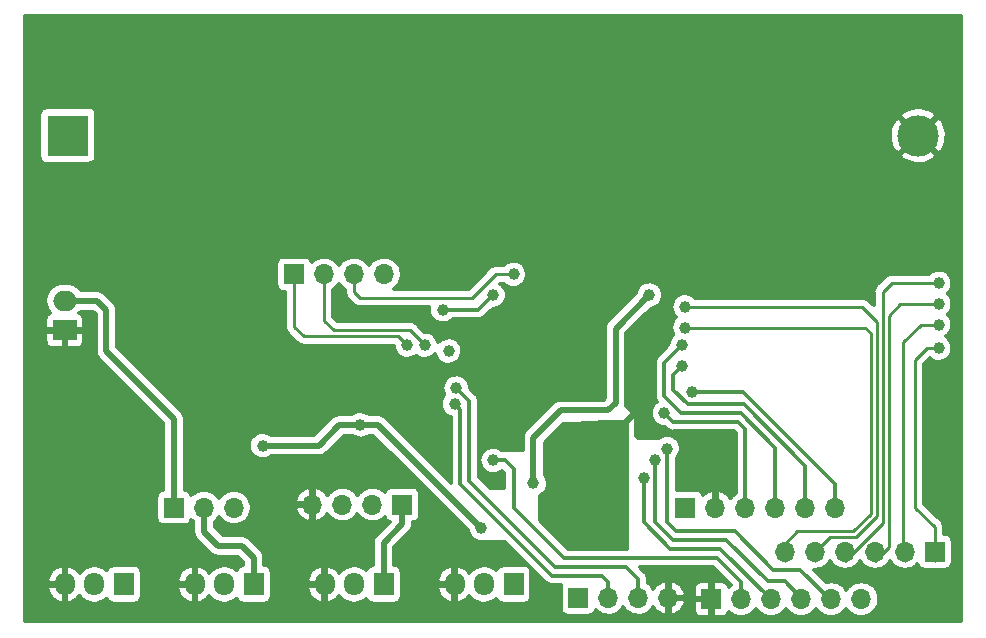
<source format=gbr>
G04 #@! TF.GenerationSoftware,KiCad,Pcbnew,6.0.0-unknown*
G04 #@! TF.CreationDate,2019-06-26T08:34:24-07:00*
G04 #@! TF.ProjectId,IOT-LORA,494f542d-4c4f-4524-912e-6b696361645f,rev?*
G04 #@! TF.SameCoordinates,Original*
G04 #@! TF.FileFunction,Copper,L2,Bot*
G04 #@! TF.FilePolarity,Positive*
%FSLAX46Y46*%
G04 Gerber Fmt 4.6, Leading zero omitted, Abs format (unit mm)*
G04 Created by KiCad (PCBNEW 6.0.0-unknown) date 2019-06-26 08:34:24*
%MOMM*%
%LPD*%
G04 APERTURE LIST*
%ADD10O,1.700000X1.700000*%
%ADD11R,1.700000X1.700000*%
%ADD12O,1.700000X1.950000*%
%ADD13R,1.700000X1.950000*%
%ADD14O,2.000000X1.700000*%
%ADD15R,2.000000X1.700000*%
%ADD16R,3.500000X3.500000*%
%ADD17C,3.500000*%
%ADD18C,1.000000*%
%ADD19C,0.500000*%
%ADD20C,0.300000*%
%ADD21C,0.250000*%
%ADD22C,0.254000*%
G04 APERTURE END LIST*
D10*
X128580000Y-117000000D03*
X126040000Y-117000000D03*
D11*
X123500000Y-117000000D03*
D10*
X141290000Y-97250000D03*
X138750000Y-97250000D03*
X136210000Y-97250000D03*
D11*
X133670000Y-97250000D03*
D12*
X114250000Y-123500000D03*
X116750000Y-123500000D03*
D13*
X119250000Y-123500000D03*
D12*
X125250000Y-123500000D03*
X127750000Y-123500000D03*
D13*
X130250000Y-123500000D03*
D12*
X136250000Y-123500000D03*
X138750000Y-123500000D03*
D13*
X141250000Y-123500000D03*
D12*
X147250000Y-123500000D03*
X149750000Y-123500000D03*
D13*
X152250000Y-123500000D03*
D14*
X114250000Y-99500000D03*
D15*
X114250000Y-102000000D03*
D10*
X165350000Y-124650000D03*
X162810000Y-124650000D03*
X160270000Y-124650000D03*
D11*
X157730000Y-124650000D03*
D10*
X135210000Y-116750000D03*
X137750000Y-116750000D03*
X140290000Y-116750000D03*
D11*
X142830000Y-116750000D03*
D10*
X179500000Y-117000000D03*
X176960000Y-117000000D03*
X174420000Y-117000000D03*
X171880000Y-117000000D03*
X169340000Y-117000000D03*
D11*
X166800000Y-117000000D03*
D10*
X175210000Y-120750000D03*
X177750000Y-120750000D03*
X180290000Y-120750000D03*
X182830000Y-120750000D03*
X185370000Y-120750000D03*
D11*
X187910000Y-120750000D03*
D10*
X181700000Y-124750000D03*
X179160000Y-124750000D03*
X176620000Y-124750000D03*
X174080000Y-124750000D03*
X171540000Y-124750000D03*
D11*
X169000000Y-124750000D03*
D16*
X114500000Y-85500000D03*
D17*
X186500000Y-85500000D03*
D18*
X150500000Y-114750000D03*
X146500000Y-113250000D03*
X112250000Y-106250000D03*
X120750000Y-116250000D03*
X131000000Y-106000000D03*
X129500000Y-101500000D03*
X127750000Y-103750000D03*
X127750000Y-99250000D03*
X129250000Y-105000000D03*
X146500000Y-96750000D03*
X145500000Y-109750000D03*
X139500000Y-113250000D03*
X161250000Y-116750000D03*
X155500000Y-112000000D03*
X161250000Y-112000000D03*
X155500000Y-114500000D03*
X161250000Y-114500000D03*
X155500000Y-116750000D03*
X159750000Y-119000000D03*
X156750000Y-119000000D03*
X166999996Y-98000000D03*
X133000000Y-106000000D03*
X188000000Y-113500000D03*
X167250000Y-114000000D03*
X165000000Y-109000000D03*
X166499995Y-103250005D03*
X167316317Y-107183674D03*
X146250000Y-100250000D03*
X150500000Y-99000000D03*
X146750000Y-103750000D03*
X147375000Y-106875000D03*
X147250000Y-108250000D03*
X150500000Y-113000000D03*
X163250000Y-114500000D03*
X164250000Y-113000000D03*
X143250000Y-103250000D03*
X144750000Y-103250000D03*
X152250000Y-97250000D03*
X139250000Y-110000000D03*
X131000000Y-111750000D03*
X163750000Y-99000000D03*
X153925000Y-114925000D03*
X149500000Y-118750000D03*
X166750000Y-101750086D03*
X166750000Y-100000000D03*
X188250000Y-98000000D03*
X188250000Y-99750000D03*
X188250000Y-101500000D03*
X188250000Y-103500000D03*
X166498300Y-105001614D03*
X165250000Y-112000000D03*
X158150000Y-98500000D03*
X152000000Y-103250000D03*
X154250000Y-103250000D03*
X156500000Y-103250000D03*
X156500000Y-107500000D03*
X152000000Y-107250000D03*
X154250000Y-105250000D03*
X152000000Y-105250000D03*
X156500000Y-105250000D03*
X154250000Y-106750000D03*
X159750000Y-110250000D03*
D19*
X126040000Y-117000000D02*
X126040000Y-119040000D01*
X126040000Y-119040000D02*
X127250000Y-120250000D01*
X127250000Y-120250000D02*
X129250000Y-120250000D01*
X130250000Y-121250000D02*
X130250000Y-123500000D01*
X129250000Y-120250000D02*
X130250000Y-121250000D01*
X142830000Y-116750000D02*
X142830000Y-118420000D01*
X141250000Y-120000000D02*
X141250000Y-123500000D01*
X142830000Y-118420000D02*
X141250000Y-120000000D01*
D20*
X171880000Y-115880000D02*
X171880000Y-117000000D01*
X171880000Y-115380000D02*
X171880000Y-115880000D01*
X149250000Y-100250000D02*
X146250000Y-100250000D01*
X150500000Y-99000000D02*
X149250000Y-100250000D01*
X162810000Y-123060000D02*
X162810000Y-124650000D01*
X161750000Y-122000000D02*
X162810000Y-123060000D01*
X155750000Y-122000000D02*
X161750000Y-122000000D01*
X148500000Y-114750000D02*
X155750000Y-122000000D01*
X147375000Y-106875000D02*
X148500000Y-108000000D01*
X148500000Y-108000000D02*
X148500000Y-114750000D01*
D21*
X133670000Y-101670000D02*
X133670000Y-97250000D01*
X134500000Y-102500000D02*
X133670000Y-101670000D01*
X143250000Y-103250000D02*
X142500000Y-102500000D01*
X142500000Y-102500000D02*
X134500000Y-102500000D01*
X136210000Y-101210000D02*
X136210000Y-97250000D01*
X137000000Y-102000000D02*
X136210000Y-101210000D01*
X143500000Y-102000000D02*
X137000000Y-102000000D01*
X144750000Y-103250000D02*
X143500000Y-102000000D01*
X138750000Y-98750000D02*
X138750000Y-97250000D01*
X139250000Y-99250000D02*
X138750000Y-98750000D01*
X148750000Y-99250000D02*
X139250000Y-99250000D01*
X152250000Y-97250000D02*
X150750000Y-97250000D01*
X150750000Y-97250000D02*
X148750000Y-99250000D01*
D19*
X117000000Y-99500000D02*
X114250000Y-99500000D01*
X117750000Y-100250000D02*
X117000000Y-99500000D01*
X117750000Y-103750000D02*
X117750000Y-100250000D01*
X123500000Y-117000000D02*
X123500000Y-109500000D01*
X123500000Y-109500000D02*
X117750000Y-103750000D01*
X137500000Y-110000000D02*
X139250000Y-110000000D01*
X131000000Y-111750000D02*
X135750000Y-111750000D01*
X135750000Y-111750000D02*
X137500000Y-110000000D01*
D21*
X177750000Y-121500000D02*
X177750000Y-120750000D01*
X183500000Y-118290000D02*
X180290000Y-121500000D01*
X183500000Y-98750000D02*
X183500000Y-118290000D01*
X188250000Y-98000000D02*
X184250000Y-98000000D01*
X184250000Y-98000000D02*
X183500000Y-98750000D01*
X185000000Y-99750000D02*
X188250000Y-99750000D01*
X184000000Y-100750000D02*
X185000000Y-99750000D01*
X184000000Y-120330000D02*
X184000000Y-100750000D01*
X182830000Y-121500000D02*
X184000000Y-120330000D01*
X186750000Y-101500000D02*
X188250000Y-101500000D01*
X185250000Y-103000000D02*
X186750000Y-101500000D01*
X185370000Y-121500000D02*
X185370000Y-120297919D01*
X185250000Y-120177919D02*
X185250000Y-103000000D01*
X185370000Y-120297919D02*
X185250000Y-120177919D01*
X188250000Y-103500000D02*
X187250000Y-103500000D01*
X187250000Y-103500000D02*
X186250000Y-104500000D01*
X186250000Y-104500000D02*
X186250000Y-117000000D01*
X187910000Y-118660000D02*
X187910000Y-121500000D01*
X186250000Y-117000000D02*
X187910000Y-118660000D01*
D20*
X165999996Y-103750004D02*
X166499995Y-103250005D01*
X165000000Y-104750000D02*
X165999996Y-103750004D01*
X174420000Y-111920000D02*
X171500000Y-109000000D01*
X174420000Y-117000000D02*
X174420000Y-111920000D01*
X171500000Y-109000000D02*
X166444334Y-109000000D01*
X166444334Y-109000000D02*
X165000000Y-107555666D01*
X165000000Y-107555666D02*
X165000000Y-104750000D01*
X176960000Y-113460000D02*
X176960000Y-117000000D01*
X165750000Y-105749914D02*
X165750000Y-107000000D01*
X166498300Y-105001614D02*
X165750000Y-105749914D01*
X165750000Y-107000000D02*
X167000000Y-108250000D01*
X171750000Y-108250000D02*
X176960000Y-113460000D01*
X167000000Y-108250000D02*
X171750000Y-108250000D01*
X171683674Y-107183674D02*
X167316317Y-107183674D01*
X179500000Y-117000000D02*
X179500000Y-115000000D01*
X179500000Y-115000000D02*
X171683674Y-107183674D01*
X165750000Y-109750000D02*
X165000000Y-109000000D01*
X171250000Y-109750000D02*
X165750000Y-109750000D01*
X171880000Y-115880000D02*
X171880000Y-110380000D01*
X171880000Y-110380000D02*
X171250000Y-109750000D01*
D21*
X179000000Y-119500000D02*
X177750000Y-120750000D01*
X181750000Y-100000000D02*
X183000000Y-101250000D01*
X166750000Y-100000000D02*
X181750000Y-100000000D01*
X183000000Y-101250000D02*
X183000000Y-117750000D01*
X183000000Y-117750000D02*
X181250000Y-119500000D01*
X181250000Y-119500000D02*
X179000000Y-119500000D01*
X175210000Y-120040000D02*
X175210000Y-121500000D01*
X176250000Y-119000000D02*
X175210000Y-120040000D01*
X182000086Y-101750086D02*
X182500000Y-102250000D01*
X166750000Y-101750086D02*
X182000086Y-101750086D01*
X182500000Y-102250000D02*
X182500000Y-117500000D01*
X182500000Y-117500000D02*
X181000000Y-119000000D01*
X181000000Y-119000000D02*
X176250000Y-119000000D01*
D20*
X151500000Y-113000000D02*
X150500000Y-113000000D01*
X152250000Y-113750000D02*
X151500000Y-113000000D01*
X171540000Y-123290000D02*
X169500000Y-121250000D01*
X171540000Y-124750000D02*
X171540000Y-123290000D01*
X169500000Y-121250000D02*
X156500000Y-121250000D01*
X156500000Y-121250000D02*
X152250000Y-117000000D01*
X152250000Y-117000000D02*
X152250000Y-113750000D01*
X179000000Y-124750000D02*
X179160000Y-124750000D01*
X176500000Y-122250000D02*
X179000000Y-124750000D01*
X165250000Y-118250000D02*
X166000000Y-119000000D01*
X166000000Y-119000000D02*
X171000000Y-119000000D01*
X171000000Y-119000000D02*
X174250000Y-122250000D01*
X165250000Y-112000000D02*
X165250000Y-118250000D01*
X174250000Y-122250000D02*
X176500000Y-122250000D01*
X164250000Y-118250000D02*
X164250000Y-113000000D01*
X165750000Y-119750000D02*
X164250000Y-118250000D01*
X176620000Y-124620000D02*
X175250000Y-123250000D01*
X170250000Y-119750000D02*
X165750000Y-119750000D01*
X176620000Y-124750000D02*
X176620000Y-124620000D01*
X175250000Y-123250000D02*
X173750000Y-123250000D01*
X173750000Y-123250000D02*
X170250000Y-119750000D01*
X174000000Y-124750000D02*
X174080000Y-124750000D01*
X169750000Y-120500000D02*
X174000000Y-124750000D01*
X165500000Y-120500000D02*
X169750000Y-120500000D01*
X163250000Y-114500000D02*
X163250000Y-118250000D01*
X163250000Y-118250000D02*
X165500000Y-120500000D01*
D19*
X140750000Y-110000000D02*
X139250000Y-110000000D01*
X149500000Y-118750000D02*
X140750000Y-110000000D01*
D20*
X147750000Y-108750000D02*
X147250000Y-108250000D01*
X160270000Y-123270000D02*
X159750000Y-122750000D01*
X160270000Y-124650000D02*
X160270000Y-123270000D01*
X147750000Y-115000000D02*
X147750000Y-108750000D01*
X159750000Y-122750000D02*
X155500000Y-122750000D01*
X155500000Y-122750000D02*
X147750000Y-115000000D01*
D19*
X153925000Y-111075000D02*
X153925000Y-114925000D01*
X160875000Y-101875000D02*
X160875000Y-108125000D01*
X160875000Y-108125000D02*
X160250000Y-108750000D01*
X163750000Y-99000000D02*
X160875000Y-101875000D01*
X160250000Y-108750000D02*
X156250000Y-108750000D01*
X156250000Y-108750000D02*
X153925000Y-111075000D01*
X161250000Y-112000000D02*
X161250000Y-110250000D01*
X161250000Y-110250000D02*
X162750000Y-108750000D01*
D22*
G36*
X160250000Y-109634566D02*
G01*
X160307469Y-109627000D01*
X161873000Y-109627000D01*
X161873000Y-120473000D01*
X156821844Y-120473000D01*
X154377000Y-118028157D01*
X154377000Y-115957652D01*
X154478561Y-115915480D01*
X154691573Y-115761568D01*
X154863465Y-115562780D01*
X154985016Y-115329781D01*
X155049705Y-115075068D01*
X155052152Y-114794584D01*
X154991919Y-114538781D01*
X154874453Y-114303695D01*
X154802000Y-114216888D01*
X154802000Y-111438265D01*
X156411874Y-109828391D01*
X159332065Y-109727695D01*
X159364068Y-109722448D01*
X159450677Y-109696553D01*
X159505634Y-109663117D01*
X159540527Y-109627000D01*
X160192531Y-109627000D01*
X160250000Y-109634566D01*
X160250000Y-109634566D01*
G37*
X160250000Y-109634566D02*
X160307469Y-109627000D01*
X161873000Y-109627000D01*
X161873000Y-120473000D01*
X156821844Y-120473000D01*
X154377000Y-118028157D01*
X154377000Y-115957652D01*
X154478561Y-115915480D01*
X154691573Y-115761568D01*
X154863465Y-115562780D01*
X154985016Y-115329781D01*
X155049705Y-115075068D01*
X155052152Y-114794584D01*
X154991919Y-114538781D01*
X154874453Y-114303695D01*
X154802000Y-114216888D01*
X154802000Y-111438265D01*
X156411874Y-109828391D01*
X159332065Y-109727695D01*
X159364068Y-109722448D01*
X159450677Y-109696553D01*
X159505634Y-109663117D01*
X159540527Y-109627000D01*
X160192531Y-109627000D01*
X160250000Y-109634566D01*
D20*
G36*
X190100001Y-126600000D02*
G01*
X110900000Y-126600000D01*
X110900000Y-123835090D01*
X112763735Y-123835090D01*
X112818585Y-124076856D01*
X112912481Y-124306296D01*
X113042861Y-124517152D01*
X113206168Y-124703673D01*
X113397948Y-124860770D01*
X113612970Y-124984159D01*
X113845368Y-125070474D01*
X113917101Y-125087593D01*
X114150000Y-124958756D01*
X114150000Y-123600000D01*
X112911668Y-123600000D01*
X112763735Y-123835090D01*
X110900000Y-123835090D01*
X110900000Y-123164910D01*
X112763735Y-123164910D01*
X112911668Y-123400000D01*
X114150000Y-123400000D01*
X114150000Y-122041244D01*
X114350000Y-122041244D01*
X114350000Y-123400000D01*
X114370000Y-123400000D01*
X114370000Y-123600000D01*
X114350000Y-123600000D01*
X114350000Y-124958756D01*
X114582899Y-125087593D01*
X114654632Y-125070474D01*
X114887030Y-124984159D01*
X115102052Y-124860770D01*
X115293832Y-124703673D01*
X115457139Y-124517152D01*
X115497899Y-124451234D01*
X115557493Y-124543353D01*
X115723497Y-124725790D01*
X115917068Y-124878663D01*
X116133008Y-124997868D01*
X116365518Y-125080205D01*
X116608354Y-125123460D01*
X116854992Y-125126474D01*
X117098812Y-125089164D01*
X117333264Y-125012533D01*
X117552052Y-124898639D01*
X117749301Y-124750541D01*
X117787275Y-124710804D01*
X117788098Y-124715154D01*
X117886069Y-124884846D01*
X118029706Y-125018121D01*
X118206245Y-125103138D01*
X118400000Y-125132342D01*
X120100000Y-125132342D01*
X120340154Y-125086902D01*
X120509846Y-124988931D01*
X120643121Y-124845294D01*
X120728138Y-124668755D01*
X120757342Y-124475000D01*
X120757342Y-123835090D01*
X123763735Y-123835090D01*
X123818585Y-124076856D01*
X123912481Y-124306296D01*
X124042861Y-124517152D01*
X124206168Y-124703673D01*
X124397948Y-124860770D01*
X124612970Y-124984159D01*
X124845368Y-125070474D01*
X124917101Y-125087593D01*
X125150000Y-124958756D01*
X125150000Y-123600000D01*
X123911668Y-123600000D01*
X123763735Y-123835090D01*
X120757342Y-123835090D01*
X120757342Y-123164910D01*
X123763735Y-123164910D01*
X123911668Y-123400000D01*
X125150000Y-123400000D01*
X125150000Y-122041244D01*
X124917101Y-121912407D01*
X124845368Y-121929526D01*
X124612970Y-122015841D01*
X124397948Y-122139230D01*
X124206168Y-122296327D01*
X124042861Y-122482848D01*
X123912481Y-122693704D01*
X123818585Y-122923144D01*
X123763735Y-123164910D01*
X120757342Y-123164910D01*
X120757342Y-122525000D01*
X120711902Y-122284846D01*
X120613931Y-122115154D01*
X120470294Y-121981879D01*
X120293755Y-121896862D01*
X120100000Y-121867658D01*
X118400000Y-121867658D01*
X118159846Y-121913098D01*
X117990154Y-122011069D01*
X117856879Y-122154706D01*
X117791429Y-122290614D01*
X117776503Y-122274210D01*
X117582932Y-122121337D01*
X117366992Y-122002132D01*
X117134482Y-121919795D01*
X116891646Y-121876540D01*
X116645008Y-121873526D01*
X116401188Y-121910836D01*
X116166736Y-121987467D01*
X115947948Y-122101361D01*
X115750699Y-122249459D01*
X115580287Y-122427785D01*
X115497832Y-122548658D01*
X115457139Y-122482848D01*
X115293832Y-122296327D01*
X115102052Y-122139230D01*
X114887030Y-122015841D01*
X114654632Y-121929526D01*
X114582899Y-121912407D01*
X114350000Y-122041244D01*
X114150000Y-122041244D01*
X113917101Y-121912407D01*
X113845368Y-121929526D01*
X113612970Y-122015841D01*
X113397948Y-122139230D01*
X113206168Y-122296327D01*
X113042861Y-122482848D01*
X112912481Y-122693704D01*
X112818585Y-122923144D01*
X112763735Y-123164910D01*
X110900000Y-123164910D01*
X110900000Y-102850000D01*
X112594834Y-102850000D01*
X112615417Y-103012933D01*
X112675874Y-103165629D01*
X112772405Y-103298492D01*
X112898945Y-103403175D01*
X113047543Y-103473100D01*
X113208862Y-103503873D01*
X113987500Y-103500000D01*
X114150000Y-103337500D01*
X114150000Y-102100000D01*
X114350000Y-102100000D01*
X114350000Y-103337500D01*
X114512500Y-103500000D01*
X115291138Y-103503873D01*
X115452457Y-103473100D01*
X115601055Y-103403175D01*
X115727595Y-103298492D01*
X115824126Y-103165629D01*
X115884583Y-103012933D01*
X115905166Y-102850000D01*
X115900000Y-102262500D01*
X115737500Y-102100000D01*
X114350000Y-102100000D01*
X114150000Y-102100000D01*
X112762500Y-102100000D01*
X112600000Y-102262500D01*
X112594834Y-102850000D01*
X110900000Y-102850000D01*
X110900000Y-101150000D01*
X112594834Y-101150000D01*
X112600000Y-101737500D01*
X112762500Y-101900000D01*
X114150000Y-101900000D01*
X114150000Y-101880000D01*
X114350000Y-101880000D01*
X114350000Y-101900000D01*
X115737500Y-101900000D01*
X115900000Y-101737500D01*
X115905166Y-101150000D01*
X115884583Y-100987067D01*
X115824126Y-100834371D01*
X115727595Y-100701508D01*
X115601055Y-100596825D01*
X115484027Y-100541756D01*
X115500790Y-100526503D01*
X115600696Y-100400000D01*
X116627209Y-100400000D01*
X116850001Y-100622793D01*
X116850000Y-103691018D01*
X116842235Y-103750000D01*
X116850000Y-103808981D01*
X116850000Y-103808988D01*
X116873165Y-103984946D01*
X116922330Y-104103640D01*
X116963852Y-104203883D01*
X117019854Y-104276866D01*
X117108113Y-104391887D01*
X117155317Y-104428108D01*
X122600001Y-109872793D01*
X122600000Y-115502119D01*
X122409846Y-115538098D01*
X122240154Y-115636069D01*
X122106879Y-115779706D01*
X122021862Y-115956245D01*
X121992658Y-116150000D01*
X121992658Y-117850000D01*
X122038098Y-118090154D01*
X122136069Y-118259846D01*
X122279706Y-118393121D01*
X122456245Y-118478138D01*
X122650000Y-118507342D01*
X124350000Y-118507342D01*
X124590154Y-118461902D01*
X124759846Y-118363931D01*
X124893121Y-118220294D01*
X124972729Y-118054986D01*
X125092785Y-118169713D01*
X125140001Y-118201922D01*
X125140001Y-118981011D01*
X125132235Y-119040000D01*
X125140001Y-119098989D01*
X125163166Y-119274947D01*
X125180204Y-119316080D01*
X125253852Y-119493883D01*
X125361893Y-119634684D01*
X125361896Y-119634687D01*
X125398114Y-119681887D01*
X125445314Y-119718105D01*
X126571895Y-120844687D01*
X126608113Y-120891887D01*
X126655313Y-120928105D01*
X126655315Y-120928107D01*
X126796116Y-121036148D01*
X126874878Y-121068772D01*
X127015053Y-121126835D01*
X127191011Y-121150000D01*
X127191017Y-121150000D01*
X127249999Y-121157765D01*
X127308981Y-121150000D01*
X128877209Y-121150000D01*
X129350000Y-121622792D01*
X129350000Y-121877119D01*
X129159846Y-121913098D01*
X128990154Y-122011069D01*
X128856879Y-122154706D01*
X128791429Y-122290614D01*
X128776503Y-122274210D01*
X128582932Y-122121337D01*
X128366992Y-122002132D01*
X128134482Y-121919795D01*
X127891646Y-121876540D01*
X127645008Y-121873526D01*
X127401188Y-121910836D01*
X127166736Y-121987467D01*
X126947948Y-122101361D01*
X126750699Y-122249459D01*
X126580287Y-122427785D01*
X126497832Y-122548658D01*
X126457139Y-122482848D01*
X126293832Y-122296327D01*
X126102052Y-122139230D01*
X125887030Y-122015841D01*
X125654632Y-121929526D01*
X125582899Y-121912407D01*
X125350000Y-122041244D01*
X125350000Y-123400000D01*
X125370000Y-123400000D01*
X125370000Y-123600000D01*
X125350000Y-123600000D01*
X125350000Y-124958756D01*
X125582899Y-125087593D01*
X125654632Y-125070474D01*
X125887030Y-124984159D01*
X126102052Y-124860770D01*
X126293832Y-124703673D01*
X126457139Y-124517152D01*
X126497899Y-124451234D01*
X126557493Y-124543353D01*
X126723497Y-124725790D01*
X126917068Y-124878663D01*
X127133008Y-124997868D01*
X127365518Y-125080205D01*
X127608354Y-125123460D01*
X127854992Y-125126474D01*
X128098812Y-125089164D01*
X128333264Y-125012533D01*
X128552052Y-124898639D01*
X128749301Y-124750541D01*
X128787275Y-124710804D01*
X128788098Y-124715154D01*
X128886069Y-124884846D01*
X129029706Y-125018121D01*
X129206245Y-125103138D01*
X129400000Y-125132342D01*
X131100000Y-125132342D01*
X131340154Y-125086902D01*
X131509846Y-124988931D01*
X131643121Y-124845294D01*
X131728138Y-124668755D01*
X131757342Y-124475000D01*
X131757342Y-123835090D01*
X134763735Y-123835090D01*
X134818585Y-124076856D01*
X134912481Y-124306296D01*
X135042861Y-124517152D01*
X135206168Y-124703673D01*
X135397948Y-124860770D01*
X135612970Y-124984159D01*
X135845368Y-125070474D01*
X135917101Y-125087593D01*
X136150000Y-124958756D01*
X136150000Y-123600000D01*
X134911668Y-123600000D01*
X134763735Y-123835090D01*
X131757342Y-123835090D01*
X131757342Y-123164910D01*
X134763735Y-123164910D01*
X134911668Y-123400000D01*
X136150000Y-123400000D01*
X136150000Y-122041244D01*
X135917101Y-121912407D01*
X135845368Y-121929526D01*
X135612970Y-122015841D01*
X135397948Y-122139230D01*
X135206168Y-122296327D01*
X135042861Y-122482848D01*
X134912481Y-122693704D01*
X134818585Y-122923144D01*
X134763735Y-123164910D01*
X131757342Y-123164910D01*
X131757342Y-122525000D01*
X131711902Y-122284846D01*
X131613931Y-122115154D01*
X131470294Y-121981879D01*
X131293755Y-121896862D01*
X131150000Y-121875194D01*
X131150000Y-121308982D01*
X131157765Y-121250000D01*
X131150000Y-121191018D01*
X131150000Y-121191011D01*
X131126835Y-121015053D01*
X131046162Y-120820293D01*
X131036148Y-120796116D01*
X130928107Y-120655315D01*
X130928105Y-120655313D01*
X130891887Y-120608113D01*
X130844688Y-120571896D01*
X129928106Y-119655315D01*
X129891887Y-119608113D01*
X129703883Y-119463852D01*
X129484947Y-119373165D01*
X129308989Y-119350000D01*
X129308981Y-119350000D01*
X129250000Y-119342235D01*
X129191019Y-119350000D01*
X127622792Y-119350000D01*
X126940000Y-118667209D01*
X126940000Y-118204381D01*
X126958354Y-118192507D01*
X127140790Y-118026503D01*
X127293663Y-117832932D01*
X127308867Y-117805390D01*
X127454459Y-117999302D01*
X127632785Y-118169713D01*
X127836548Y-118308712D01*
X128060278Y-118412563D01*
X128297965Y-118478480D01*
X128525624Y-118500000D01*
X128642518Y-118500000D01*
X128825828Y-118484929D01*
X129065055Y-118424840D01*
X129291255Y-118326485D01*
X129498354Y-118192507D01*
X129680790Y-118026503D01*
X129833663Y-117832932D01*
X129952868Y-117616992D01*
X130035205Y-117384482D01*
X130078460Y-117141646D01*
X130079177Y-117082899D01*
X133747404Y-117082899D01*
X133822145Y-117319094D01*
X133934743Y-117539766D01*
X134082127Y-117738895D01*
X134260276Y-117911050D01*
X134464332Y-118051534D01*
X134688727Y-118156516D01*
X134877101Y-118212593D01*
X135110000Y-118083756D01*
X135110000Y-116850000D01*
X133875834Y-116850000D01*
X133747404Y-117082899D01*
X130079177Y-117082899D01*
X130081474Y-116895007D01*
X130044164Y-116651187D01*
X129967653Y-116417101D01*
X133747404Y-116417101D01*
X133875834Y-116650000D01*
X135110000Y-116650000D01*
X135110000Y-115416244D01*
X135310000Y-115416244D01*
X135310000Y-116650000D01*
X135330000Y-116650000D01*
X135330000Y-116850000D01*
X135310000Y-116850000D01*
X135310000Y-118083756D01*
X135542899Y-118212593D01*
X135731273Y-118156516D01*
X135955668Y-118051534D01*
X136159724Y-117911050D01*
X136337873Y-117738895D01*
X136476279Y-117551896D01*
X136476361Y-117552053D01*
X136624459Y-117749302D01*
X136802785Y-117919713D01*
X137006548Y-118058712D01*
X137230278Y-118162563D01*
X137467965Y-118228480D01*
X137695624Y-118250000D01*
X137812518Y-118250000D01*
X137995828Y-118234929D01*
X138235055Y-118174840D01*
X138461255Y-118076485D01*
X138668354Y-117942507D01*
X138850790Y-117776503D01*
X139003663Y-117582932D01*
X139018867Y-117555390D01*
X139164459Y-117749302D01*
X139342785Y-117919713D01*
X139546548Y-118058712D01*
X139770278Y-118162563D01*
X140007965Y-118228480D01*
X140235624Y-118250000D01*
X140352518Y-118250000D01*
X140535828Y-118234929D01*
X140775055Y-118174840D01*
X141001255Y-118076485D01*
X141208354Y-117942507D01*
X141361156Y-117803467D01*
X141368098Y-117840154D01*
X141466069Y-118009846D01*
X141609706Y-118143121D01*
X141761154Y-118216055D01*
X140655317Y-119321892D01*
X140608113Y-119358113D01*
X140571893Y-119405316D01*
X140463852Y-119546117D01*
X140448945Y-119582107D01*
X140373165Y-119765054D01*
X140350000Y-119941012D01*
X140350000Y-119941019D01*
X140342235Y-120000000D01*
X140350000Y-120058982D01*
X140350001Y-121877118D01*
X140159846Y-121913098D01*
X139990154Y-122011069D01*
X139856879Y-122154706D01*
X139791429Y-122290614D01*
X139776503Y-122274210D01*
X139582932Y-122121337D01*
X139366992Y-122002132D01*
X139134482Y-121919795D01*
X138891646Y-121876540D01*
X138645008Y-121873526D01*
X138401188Y-121910836D01*
X138166736Y-121987467D01*
X137947948Y-122101361D01*
X137750699Y-122249459D01*
X137580287Y-122427785D01*
X137497832Y-122548658D01*
X137457139Y-122482848D01*
X137293832Y-122296327D01*
X137102052Y-122139230D01*
X136887030Y-122015841D01*
X136654632Y-121929526D01*
X136582899Y-121912407D01*
X136350000Y-122041244D01*
X136350000Y-123400000D01*
X136370000Y-123400000D01*
X136370000Y-123600000D01*
X136350000Y-123600000D01*
X136350000Y-124958756D01*
X136582899Y-125087593D01*
X136654632Y-125070474D01*
X136887030Y-124984159D01*
X137102052Y-124860770D01*
X137293832Y-124703673D01*
X137457139Y-124517152D01*
X137497899Y-124451234D01*
X137557493Y-124543353D01*
X137723497Y-124725790D01*
X137917068Y-124878663D01*
X138133008Y-124997868D01*
X138365518Y-125080205D01*
X138608354Y-125123460D01*
X138854992Y-125126474D01*
X139098812Y-125089164D01*
X139333264Y-125012533D01*
X139552052Y-124898639D01*
X139749301Y-124750541D01*
X139787275Y-124710804D01*
X139788098Y-124715154D01*
X139886069Y-124884846D01*
X140029706Y-125018121D01*
X140206245Y-125103138D01*
X140400000Y-125132342D01*
X142100000Y-125132342D01*
X142340154Y-125086902D01*
X142509846Y-124988931D01*
X142643121Y-124845294D01*
X142728138Y-124668755D01*
X142757342Y-124475000D01*
X142757342Y-123835090D01*
X145763735Y-123835090D01*
X145818585Y-124076856D01*
X145912481Y-124306296D01*
X146042861Y-124517152D01*
X146206168Y-124703673D01*
X146397948Y-124860770D01*
X146612970Y-124984159D01*
X146845368Y-125070474D01*
X146917101Y-125087593D01*
X147150000Y-124958756D01*
X147150000Y-123600000D01*
X145911668Y-123600000D01*
X145763735Y-123835090D01*
X142757342Y-123835090D01*
X142757342Y-123164910D01*
X145763735Y-123164910D01*
X145911668Y-123400000D01*
X147150000Y-123400000D01*
X147150000Y-122041244D01*
X147350000Y-122041244D01*
X147350000Y-123400000D01*
X147370000Y-123400000D01*
X147370000Y-123600000D01*
X147350000Y-123600000D01*
X147350000Y-124958756D01*
X147582899Y-125087593D01*
X147654632Y-125070474D01*
X147887030Y-124984159D01*
X148102052Y-124860770D01*
X148293832Y-124703673D01*
X148457139Y-124517152D01*
X148497899Y-124451234D01*
X148557493Y-124543353D01*
X148723497Y-124725790D01*
X148917068Y-124878663D01*
X149133008Y-124997868D01*
X149365518Y-125080205D01*
X149608354Y-125123460D01*
X149854992Y-125126474D01*
X150098812Y-125089164D01*
X150333264Y-125012533D01*
X150552052Y-124898639D01*
X150749301Y-124750541D01*
X150787275Y-124710804D01*
X150788098Y-124715154D01*
X150886069Y-124884846D01*
X151029706Y-125018121D01*
X151206245Y-125103138D01*
X151400000Y-125132342D01*
X153100000Y-125132342D01*
X153340154Y-125086902D01*
X153509846Y-124988931D01*
X153643121Y-124845294D01*
X153728138Y-124668755D01*
X153757342Y-124475000D01*
X153757342Y-122525000D01*
X153711902Y-122284846D01*
X153613931Y-122115154D01*
X153470294Y-121981879D01*
X153293755Y-121896862D01*
X153100000Y-121867658D01*
X151400000Y-121867658D01*
X151159846Y-121913098D01*
X150990154Y-122011069D01*
X150856879Y-122154706D01*
X150791429Y-122290614D01*
X150776503Y-122274210D01*
X150582932Y-122121337D01*
X150366992Y-122002132D01*
X150134482Y-121919795D01*
X149891646Y-121876540D01*
X149645008Y-121873526D01*
X149401188Y-121910836D01*
X149166736Y-121987467D01*
X148947948Y-122101361D01*
X148750699Y-122249459D01*
X148580287Y-122427785D01*
X148497832Y-122548658D01*
X148457139Y-122482848D01*
X148293832Y-122296327D01*
X148102052Y-122139230D01*
X147887030Y-122015841D01*
X147654632Y-121929526D01*
X147582899Y-121912407D01*
X147350000Y-122041244D01*
X147150000Y-122041244D01*
X146917101Y-121912407D01*
X146845368Y-121929526D01*
X146612970Y-122015841D01*
X146397948Y-122139230D01*
X146206168Y-122296327D01*
X146042861Y-122482848D01*
X145912481Y-122693704D01*
X145818585Y-122923144D01*
X145763735Y-123164910D01*
X142757342Y-123164910D01*
X142757342Y-122525000D01*
X142711902Y-122284846D01*
X142613931Y-122115154D01*
X142470294Y-121981879D01*
X142293755Y-121896862D01*
X142150000Y-121875194D01*
X142150000Y-120372791D01*
X143424687Y-119098105D01*
X143471887Y-119061887D01*
X143508105Y-119014687D01*
X143508107Y-119014685D01*
X143616148Y-118873884D01*
X143670473Y-118742732D01*
X143706835Y-118654947D01*
X143730000Y-118478989D01*
X143730000Y-118478977D01*
X143737764Y-118420001D01*
X143730000Y-118361025D01*
X143730000Y-118247881D01*
X143920154Y-118211902D01*
X144089846Y-118113931D01*
X144223121Y-117970294D01*
X144308138Y-117793755D01*
X144337342Y-117600000D01*
X144337342Y-115900000D01*
X144291902Y-115659846D01*
X144193931Y-115490154D01*
X144050294Y-115356879D01*
X143873755Y-115271862D01*
X143680000Y-115242658D01*
X141980000Y-115242658D01*
X141739846Y-115288098D01*
X141570154Y-115386069D01*
X141436879Y-115529706D01*
X141357271Y-115695014D01*
X141237215Y-115580287D01*
X141033452Y-115441288D01*
X140809722Y-115337437D01*
X140572035Y-115271520D01*
X140344376Y-115250000D01*
X140227482Y-115250000D01*
X140044172Y-115265071D01*
X139804945Y-115325160D01*
X139578745Y-115423515D01*
X139371646Y-115557493D01*
X139189210Y-115723497D01*
X139036337Y-115917068D01*
X139021133Y-115944610D01*
X138875541Y-115750698D01*
X138697215Y-115580287D01*
X138493452Y-115441288D01*
X138269722Y-115337437D01*
X138032035Y-115271520D01*
X137804376Y-115250000D01*
X137687482Y-115250000D01*
X137504172Y-115265071D01*
X137264945Y-115325160D01*
X137038745Y-115423515D01*
X136831646Y-115557493D01*
X136649210Y-115723497D01*
X136496337Y-115917068D01*
X136477955Y-115950368D01*
X136337873Y-115761105D01*
X136159724Y-115588950D01*
X135955668Y-115448466D01*
X135731273Y-115343484D01*
X135542899Y-115287407D01*
X135310000Y-115416244D01*
X135110000Y-115416244D01*
X134877101Y-115287407D01*
X134688727Y-115343484D01*
X134464332Y-115448466D01*
X134260276Y-115588950D01*
X134082127Y-115761105D01*
X133934743Y-115960234D01*
X133822145Y-116180906D01*
X133747404Y-116417101D01*
X129967653Y-116417101D01*
X129967533Y-116416735D01*
X129853639Y-116197947D01*
X129705541Y-116000698D01*
X129527215Y-115830287D01*
X129323452Y-115691288D01*
X129099722Y-115587437D01*
X128862035Y-115521520D01*
X128634376Y-115500000D01*
X128517482Y-115500000D01*
X128334172Y-115515071D01*
X128094945Y-115575160D01*
X127868745Y-115673515D01*
X127661646Y-115807493D01*
X127479210Y-115973497D01*
X127326337Y-116167068D01*
X127311133Y-116194610D01*
X127165541Y-116000698D01*
X126987215Y-115830287D01*
X126783452Y-115691288D01*
X126559722Y-115587437D01*
X126322035Y-115521520D01*
X126094376Y-115500000D01*
X125977482Y-115500000D01*
X125794172Y-115515071D01*
X125554945Y-115575160D01*
X125328745Y-115673515D01*
X125121646Y-115807493D01*
X124968844Y-115946533D01*
X124961902Y-115909846D01*
X124863931Y-115740154D01*
X124720294Y-115606879D01*
X124543755Y-115521862D01*
X124400000Y-115500194D01*
X124400000Y-111739896D01*
X129842216Y-111739896D01*
X129870945Y-112006515D01*
X129960239Y-112259374D01*
X130105307Y-112484909D01*
X130298370Y-112671021D01*
X130529069Y-112807729D01*
X130785030Y-112887697D01*
X131052523Y-112906636D01*
X131317198Y-112863531D01*
X131564858Y-112760694D01*
X131718056Y-112650000D01*
X135691019Y-112650000D01*
X135750000Y-112657765D01*
X135808981Y-112650000D01*
X135808989Y-112650000D01*
X135984947Y-112626835D01*
X136203883Y-112536148D01*
X136391887Y-112391887D01*
X136428108Y-112344683D01*
X137872792Y-110900000D01*
X138526564Y-110900000D01*
X138548370Y-110921021D01*
X138779069Y-111057729D01*
X139035030Y-111137697D01*
X139302523Y-111156636D01*
X139567198Y-111113531D01*
X139814858Y-111010694D01*
X139968056Y-110900000D01*
X140377209Y-110900000D01*
X148357325Y-118880117D01*
X148370945Y-119006515D01*
X148460239Y-119259374D01*
X148605307Y-119484909D01*
X148798370Y-119671021D01*
X149029069Y-119807729D01*
X149285030Y-119887697D01*
X149552523Y-119906636D01*
X149607453Y-119897690D01*
X149625000Y-119900000D01*
X151375000Y-119900000D01*
X151413823Y-119894889D01*
X151476323Y-119878142D01*
X151489287Y-119870657D01*
X154921629Y-123303000D01*
X154985267Y-123372206D01*
X155046342Y-123410074D01*
X155103584Y-123453523D01*
X155139094Y-123467583D01*
X155171552Y-123487707D01*
X155211218Y-123496138D01*
X155307379Y-123534211D01*
X155525364Y-123557122D01*
X155567471Y-123550000D01*
X156278948Y-123550000D01*
X156251862Y-123606245D01*
X156222658Y-123800000D01*
X156222658Y-125500000D01*
X156268098Y-125740154D01*
X156366069Y-125909846D01*
X156509706Y-126043121D01*
X156686245Y-126128138D01*
X156880000Y-126157342D01*
X158580000Y-126157342D01*
X158820154Y-126111902D01*
X158989846Y-126013931D01*
X159123121Y-125870294D01*
X159202729Y-125704986D01*
X159322785Y-125819713D01*
X159526548Y-125958712D01*
X159750278Y-126062563D01*
X159987965Y-126128480D01*
X160215624Y-126150000D01*
X160332518Y-126150000D01*
X160515828Y-126134929D01*
X160755055Y-126074840D01*
X160981255Y-125976485D01*
X161188354Y-125842507D01*
X161370790Y-125676503D01*
X161523663Y-125482932D01*
X161538867Y-125455390D01*
X161684459Y-125649302D01*
X161862785Y-125819713D01*
X162066548Y-125958712D01*
X162290278Y-126062563D01*
X162527965Y-126128480D01*
X162755624Y-126150000D01*
X162872518Y-126150000D01*
X163055828Y-126134929D01*
X163295055Y-126074840D01*
X163521255Y-125976485D01*
X163728354Y-125842507D01*
X163910790Y-125676503D01*
X164063663Y-125482932D01*
X164082045Y-125449632D01*
X164222127Y-125638895D01*
X164400276Y-125811050D01*
X164604332Y-125951534D01*
X164828727Y-126056516D01*
X165017101Y-126112593D01*
X165250000Y-125983756D01*
X165250000Y-124750000D01*
X165450000Y-124750000D01*
X165450000Y-125983756D01*
X165682899Y-126112593D01*
X165871273Y-126056516D01*
X166095668Y-125951534D01*
X166299724Y-125811050D01*
X166477873Y-125638895D01*
X166506660Y-125600000D01*
X167494834Y-125600000D01*
X167515417Y-125762933D01*
X167575874Y-125915629D01*
X167672405Y-126048492D01*
X167798945Y-126153175D01*
X167947543Y-126223100D01*
X168108862Y-126253873D01*
X168737500Y-126250000D01*
X168900000Y-126087500D01*
X168900000Y-124850000D01*
X167662500Y-124850000D01*
X167500000Y-125012500D01*
X167494834Y-125600000D01*
X166506660Y-125600000D01*
X166625257Y-125439766D01*
X166737855Y-125219094D01*
X166812596Y-124982899D01*
X166684166Y-124750000D01*
X165450000Y-124750000D01*
X165250000Y-124750000D01*
X165230000Y-124750000D01*
X165230000Y-124550000D01*
X165250000Y-124550000D01*
X165250000Y-123316244D01*
X165450000Y-123316244D01*
X165450000Y-124550000D01*
X166684166Y-124550000D01*
X166812596Y-124317101D01*
X166737855Y-124080906D01*
X166645548Y-123900000D01*
X167494834Y-123900000D01*
X167500000Y-124487500D01*
X167662500Y-124650000D01*
X168900000Y-124650000D01*
X168900000Y-123412500D01*
X168737500Y-123250000D01*
X168108862Y-123246127D01*
X167947543Y-123276900D01*
X167798945Y-123346825D01*
X167672405Y-123451508D01*
X167575874Y-123584371D01*
X167515417Y-123737067D01*
X167494834Y-123900000D01*
X166645548Y-123900000D01*
X166625257Y-123860234D01*
X166477873Y-123661105D01*
X166299724Y-123488950D01*
X166095668Y-123348466D01*
X165871273Y-123243484D01*
X165682899Y-123187407D01*
X165450000Y-123316244D01*
X165250000Y-123316244D01*
X165017101Y-123187407D01*
X164828727Y-123243484D01*
X164604332Y-123348466D01*
X164400276Y-123488950D01*
X164222127Y-123661105D01*
X164083721Y-123848104D01*
X164083639Y-123847947D01*
X163935541Y-123650698D01*
X163757215Y-123480287D01*
X163610000Y-123379863D01*
X163610000Y-123077934D01*
X163613937Y-122984004D01*
X163597527Y-122914041D01*
X163587774Y-122842842D01*
X163572606Y-122807790D01*
X163563885Y-122770609D01*
X163541800Y-122736601D01*
X163500725Y-122641682D01*
X163362786Y-122471343D01*
X163327975Y-122446604D01*
X162931371Y-122050000D01*
X169168631Y-122050000D01*
X170654724Y-123536094D01*
X170621646Y-123557493D01*
X170468616Y-123696739D01*
X170424126Y-123584371D01*
X170327595Y-123451508D01*
X170201055Y-123346825D01*
X170052457Y-123276900D01*
X169891138Y-123246127D01*
X169262500Y-123250000D01*
X169100000Y-123412500D01*
X169100000Y-124650000D01*
X169120000Y-124650000D01*
X169120000Y-124850000D01*
X169100000Y-124850000D01*
X169100000Y-126087500D01*
X169262500Y-126250000D01*
X169891138Y-126253873D01*
X170052457Y-126223100D01*
X170201055Y-126153175D01*
X170327595Y-126048492D01*
X170424126Y-125915629D01*
X170469250Y-125801661D01*
X170592785Y-125919713D01*
X170796548Y-126058712D01*
X171020278Y-126162563D01*
X171257965Y-126228480D01*
X171485624Y-126250000D01*
X171602518Y-126250000D01*
X171785828Y-126234929D01*
X172025055Y-126174840D01*
X172251255Y-126076485D01*
X172458354Y-125942507D01*
X172640790Y-125776503D01*
X172793663Y-125582932D01*
X172808867Y-125555390D01*
X172954459Y-125749302D01*
X173132785Y-125919713D01*
X173336548Y-126058712D01*
X173560278Y-126162563D01*
X173797965Y-126228480D01*
X174025624Y-126250000D01*
X174142518Y-126250000D01*
X174325828Y-126234929D01*
X174565055Y-126174840D01*
X174791255Y-126076485D01*
X174998354Y-125942507D01*
X175180790Y-125776503D01*
X175333663Y-125582932D01*
X175348867Y-125555390D01*
X175494459Y-125749302D01*
X175672785Y-125919713D01*
X175876548Y-126058712D01*
X176100278Y-126162563D01*
X176337965Y-126228480D01*
X176565624Y-126250000D01*
X176682518Y-126250000D01*
X176865828Y-126234929D01*
X177105055Y-126174840D01*
X177331255Y-126076485D01*
X177538354Y-125942507D01*
X177720790Y-125776503D01*
X177873663Y-125582932D01*
X177888867Y-125555390D01*
X178034459Y-125749302D01*
X178212785Y-125919713D01*
X178416548Y-126058712D01*
X178640278Y-126162563D01*
X178877965Y-126228480D01*
X179105624Y-126250000D01*
X179222518Y-126250000D01*
X179405828Y-126234929D01*
X179645055Y-126174840D01*
X179871255Y-126076485D01*
X180078354Y-125942507D01*
X180260790Y-125776503D01*
X180413663Y-125582932D01*
X180428867Y-125555390D01*
X180574459Y-125749302D01*
X180752785Y-125919713D01*
X180956548Y-126058712D01*
X181180278Y-126162563D01*
X181417965Y-126228480D01*
X181645624Y-126250000D01*
X181762518Y-126250000D01*
X181945828Y-126234929D01*
X182185055Y-126174840D01*
X182411255Y-126076485D01*
X182618354Y-125942507D01*
X182800790Y-125776503D01*
X182953663Y-125582932D01*
X183072868Y-125366992D01*
X183155205Y-125134482D01*
X183198460Y-124891646D01*
X183201474Y-124645007D01*
X183164164Y-124401187D01*
X183087533Y-124166735D01*
X182973639Y-123947947D01*
X182825541Y-123750698D01*
X182647215Y-123580287D01*
X182443452Y-123441288D01*
X182219722Y-123337437D01*
X181982035Y-123271520D01*
X181754376Y-123250000D01*
X181637482Y-123250000D01*
X181454172Y-123265071D01*
X181214945Y-123325160D01*
X180988745Y-123423515D01*
X180781646Y-123557493D01*
X180599210Y-123723497D01*
X180446337Y-123917068D01*
X180431133Y-123944610D01*
X180285541Y-123750698D01*
X180107215Y-123580287D01*
X179903452Y-123441288D01*
X179679722Y-123337437D01*
X179442035Y-123271520D01*
X179214376Y-123250000D01*
X179097482Y-123250000D01*
X178914172Y-123265071D01*
X178700190Y-123318819D01*
X177651254Y-122269883D01*
X177799119Y-122280742D01*
X178007267Y-122238772D01*
X178033264Y-122225526D01*
X178235055Y-122174840D01*
X178461255Y-122076485D01*
X178668354Y-121942507D01*
X178850790Y-121776503D01*
X179003663Y-121582932D01*
X179018867Y-121555390D01*
X179164459Y-121749302D01*
X179342785Y-121919713D01*
X179546548Y-122058712D01*
X179770278Y-122162563D01*
X180007965Y-122228480D01*
X180030473Y-122230608D01*
X180151469Y-122269922D01*
X180363619Y-122278814D01*
X180570346Y-122230326D01*
X180580559Y-122223693D01*
X180775055Y-122174840D01*
X181001255Y-122076485D01*
X181208354Y-121942507D01*
X181390790Y-121776503D01*
X181543663Y-121582932D01*
X181558867Y-121555390D01*
X181704459Y-121749302D01*
X181882785Y-121919713D01*
X182086548Y-122058712D01*
X182310278Y-122162563D01*
X182547965Y-122228480D01*
X182570473Y-122230608D01*
X182691469Y-122269922D01*
X182903619Y-122278814D01*
X183110346Y-122230326D01*
X183120559Y-122223693D01*
X183315055Y-122174840D01*
X183541255Y-122076485D01*
X183748354Y-121942507D01*
X183930790Y-121776503D01*
X184083663Y-121582932D01*
X184098867Y-121555390D01*
X184244459Y-121749302D01*
X184422785Y-121919713D01*
X184626548Y-122058712D01*
X184850278Y-122162563D01*
X185087965Y-122228480D01*
X185111586Y-122230713D01*
X185207354Y-122265191D01*
X185419119Y-122280742D01*
X185627267Y-122238772D01*
X185653264Y-122225526D01*
X185855055Y-122174840D01*
X186081255Y-122076485D01*
X186288354Y-121942507D01*
X186441156Y-121803467D01*
X186448098Y-121840154D01*
X186546069Y-122009846D01*
X186689706Y-122143121D01*
X186866245Y-122228138D01*
X187060000Y-122257342D01*
X187725553Y-122257342D01*
X187747355Y-122265191D01*
X187959120Y-122280742D01*
X188075171Y-122257342D01*
X188760000Y-122257342D01*
X189000154Y-122211902D01*
X189169846Y-122113931D01*
X189303121Y-121970294D01*
X189388138Y-121793755D01*
X189417342Y-121600000D01*
X189417342Y-119900000D01*
X189371902Y-119659846D01*
X189273931Y-119490154D01*
X189130294Y-119356879D01*
X188953755Y-119271862D01*
X188760000Y-119242658D01*
X188685000Y-119242658D01*
X188685000Y-118677377D01*
X188688814Y-118586380D01*
X188672917Y-118518604D01*
X188663469Y-118449628D01*
X188648776Y-118415674D01*
X188640327Y-118379653D01*
X188618929Y-118346703D01*
X188579139Y-118254755D01*
X188445512Y-118089738D01*
X188411787Y-118065771D01*
X187025000Y-116678986D01*
X187025000Y-104821014D01*
X187485551Y-104360464D01*
X187548370Y-104421021D01*
X187779069Y-104557729D01*
X188035030Y-104637697D01*
X188302523Y-104656636D01*
X188567198Y-104613531D01*
X188814858Y-104510694D01*
X189032217Y-104353640D01*
X189207617Y-104150796D01*
X189331648Y-103913041D01*
X189397657Y-103653130D01*
X189400155Y-103366923D01*
X189338692Y-103105899D01*
X189218829Y-102866016D01*
X189046996Y-102660141D01*
X188832411Y-102499318D01*
X188831283Y-102498826D01*
X189032217Y-102353640D01*
X189207617Y-102150796D01*
X189331648Y-101913041D01*
X189397657Y-101653130D01*
X189400155Y-101366923D01*
X189338692Y-101105899D01*
X189218829Y-100866016D01*
X189046996Y-100660141D01*
X189001358Y-100625937D01*
X189032217Y-100603640D01*
X189207617Y-100400796D01*
X189331648Y-100163041D01*
X189397657Y-99903130D01*
X189400155Y-99616923D01*
X189338692Y-99355899D01*
X189218829Y-99116016D01*
X189046996Y-98910141D01*
X189001358Y-98875937D01*
X189032217Y-98853640D01*
X189207617Y-98650796D01*
X189331648Y-98413041D01*
X189397657Y-98153130D01*
X189400155Y-97866923D01*
X189338692Y-97605899D01*
X189218829Y-97366016D01*
X189046996Y-97160141D01*
X188832411Y-96999318D01*
X188586583Y-96892174D01*
X188322701Y-96844457D01*
X188054918Y-96858725D01*
X187797601Y-96934214D01*
X187564551Y-97066874D01*
X187394685Y-97225000D01*
X184267377Y-97225000D01*
X184176380Y-97221186D01*
X184108608Y-97237082D01*
X184039628Y-97246531D01*
X184005670Y-97261226D01*
X183969653Y-97269674D01*
X183936707Y-97291069D01*
X183844755Y-97330861D01*
X183679738Y-97464488D01*
X183655768Y-97498217D01*
X182964300Y-98189686D01*
X182897238Y-98251353D01*
X182860551Y-98310523D01*
X182818462Y-98365973D01*
X182804842Y-98400372D01*
X182785346Y-98431817D01*
X182777178Y-98470246D01*
X182740296Y-98563399D01*
X182718100Y-98774571D01*
X182725000Y-98815367D01*
X182725000Y-99878986D01*
X182310321Y-99464307D01*
X182248648Y-99397238D01*
X182189473Y-99360548D01*
X182134027Y-99318462D01*
X182099630Y-99304843D01*
X182068184Y-99285346D01*
X182029753Y-99277177D01*
X181936601Y-99240296D01*
X181725429Y-99218100D01*
X181684633Y-99225000D01*
X167601130Y-99225000D01*
X167546996Y-99160141D01*
X167332411Y-98999318D01*
X167086583Y-98892174D01*
X166822701Y-98844457D01*
X166554918Y-98858725D01*
X166297601Y-98934214D01*
X166064551Y-99066874D01*
X165868270Y-99249589D01*
X165719287Y-99472557D01*
X165625594Y-99723819D01*
X165592216Y-99989896D01*
X165620945Y-100256515D01*
X165710239Y-100509374D01*
X165855307Y-100734909D01*
X166001402Y-100875744D01*
X165868270Y-100999675D01*
X165719287Y-101222643D01*
X165625594Y-101473905D01*
X165592216Y-101739982D01*
X165620945Y-102006601D01*
X165710239Y-102259460D01*
X165772405Y-102356108D01*
X165618265Y-102499594D01*
X165469282Y-102722562D01*
X165375589Y-102973824D01*
X165342211Y-103239901D01*
X165345763Y-103272866D01*
X164447000Y-104171630D01*
X164377795Y-104235267D01*
X164339928Y-104296340D01*
X164296477Y-104353585D01*
X164282417Y-104389097D01*
X164262294Y-104421552D01*
X164253863Y-104461215D01*
X164215789Y-104557380D01*
X164192878Y-104775364D01*
X164200001Y-104817477D01*
X164200000Y-107537730D01*
X164196063Y-107631660D01*
X164212473Y-107701622D01*
X164222226Y-107772823D01*
X164237395Y-107807876D01*
X164246115Y-107845055D01*
X164268199Y-107879061D01*
X164309275Y-107973983D01*
X164362428Y-108039621D01*
X164314551Y-108066874D01*
X164118270Y-108249589D01*
X163969287Y-108472557D01*
X163875594Y-108723819D01*
X163842216Y-108989896D01*
X163870945Y-109256515D01*
X163960239Y-109509374D01*
X164105307Y-109734909D01*
X164298370Y-109921021D01*
X164529069Y-110057729D01*
X164785030Y-110137697D01*
X165023189Y-110154559D01*
X165171628Y-110302999D01*
X165235267Y-110372206D01*
X165296342Y-110410074D01*
X165353584Y-110453523D01*
X165389094Y-110467583D01*
X165421552Y-110487707D01*
X165461218Y-110496138D01*
X165557379Y-110534211D01*
X165775364Y-110557121D01*
X165817466Y-110550000D01*
X170918630Y-110550000D01*
X171080001Y-110711371D01*
X171080000Y-115344618D01*
X171080000Y-115730927D01*
X170961646Y-115807493D01*
X170779210Y-115973497D01*
X170626337Y-116167068D01*
X170607955Y-116200368D01*
X170467873Y-116011105D01*
X170289724Y-115838950D01*
X170085668Y-115698466D01*
X169861273Y-115593484D01*
X169672899Y-115537407D01*
X169440000Y-115666244D01*
X169440000Y-116900000D01*
X169460000Y-116900000D01*
X169460000Y-117100000D01*
X169440000Y-117100000D01*
X169440000Y-117120000D01*
X169240000Y-117120000D01*
X169240000Y-117100000D01*
X169220000Y-117100000D01*
X169220000Y-116900000D01*
X169240000Y-116900000D01*
X169240000Y-115666244D01*
X169007101Y-115537407D01*
X168818727Y-115593484D01*
X168594332Y-115698466D01*
X168390276Y-115838950D01*
X168270405Y-115954787D01*
X168261902Y-115909846D01*
X168163931Y-115740154D01*
X168020294Y-115606879D01*
X167843755Y-115521862D01*
X167650000Y-115492658D01*
X166050000Y-115492658D01*
X166050000Y-112833075D01*
X166207617Y-112650796D01*
X166331648Y-112413041D01*
X166397657Y-112153130D01*
X166400155Y-111866923D01*
X166338692Y-111605899D01*
X166218829Y-111366016D01*
X166046996Y-111160141D01*
X165832411Y-110999318D01*
X165586583Y-110892174D01*
X165322701Y-110844457D01*
X165054918Y-110858725D01*
X164797601Y-110934214D01*
X164564551Y-111066874D01*
X164517664Y-111110520D01*
X164479263Y-111102882D01*
X164450000Y-111100000D01*
X162814774Y-111100000D01*
X162743722Y-111085867D01*
X162696012Y-111053988D01*
X162664133Y-111006278D01*
X162650000Y-110935226D01*
X162650000Y-109390512D01*
X162646417Y-109357922D01*
X162618094Y-109230676D01*
X162590447Y-109171649D01*
X162510825Y-109068429D01*
X162488083Y-109044813D01*
X161729872Y-108412970D01*
X161751835Y-108359947D01*
X161775000Y-108183989D01*
X161775000Y-108183975D01*
X161782764Y-108125001D01*
X161775000Y-108066027D01*
X161775000Y-102247791D01*
X163878535Y-100144257D01*
X164067198Y-100113531D01*
X164314858Y-100010694D01*
X164532217Y-99853640D01*
X164707617Y-99650796D01*
X164831648Y-99413041D01*
X164897657Y-99153130D01*
X164900155Y-98866923D01*
X164838692Y-98605899D01*
X164718829Y-98366016D01*
X164546996Y-98160141D01*
X164332411Y-97999318D01*
X164086583Y-97892174D01*
X163822701Y-97844457D01*
X163554918Y-97858725D01*
X163297601Y-97934214D01*
X163064551Y-98066874D01*
X162868270Y-98249589D01*
X162719287Y-98472557D01*
X162625594Y-98723819D01*
X162607263Y-98869945D01*
X160280317Y-101196892D01*
X160233113Y-101233113D01*
X160193033Y-101285346D01*
X160088852Y-101421117D01*
X160066987Y-101473905D01*
X159998165Y-101640054D01*
X159975000Y-101816012D01*
X159975000Y-101816019D01*
X159967235Y-101875000D01*
X159975000Y-101933982D01*
X159975001Y-107752207D01*
X159877209Y-107850000D01*
X156308982Y-107850000D01*
X156250000Y-107842235D01*
X156191018Y-107850000D01*
X156191011Y-107850000D01*
X156015053Y-107873165D01*
X155892318Y-107924004D01*
X155796116Y-107963852D01*
X155655315Y-108071893D01*
X155655313Y-108071895D01*
X155608113Y-108108113D01*
X155571895Y-108155313D01*
X153330317Y-110396892D01*
X153283113Y-110433113D01*
X153246893Y-110480316D01*
X153138852Y-110621117D01*
X153138852Y-110621118D01*
X153048165Y-110840054D01*
X153025000Y-111016012D01*
X153025000Y-111016019D01*
X153017235Y-111075000D01*
X153025000Y-111133982D01*
X153025000Y-112100000D01*
X151216750Y-112100000D01*
X151082411Y-111999318D01*
X150836583Y-111892174D01*
X150572701Y-111844457D01*
X150304918Y-111858725D01*
X150047601Y-111934214D01*
X149814551Y-112066874D01*
X149618270Y-112249589D01*
X149469287Y-112472557D01*
X149375594Y-112723819D01*
X149342216Y-112989896D01*
X149370945Y-113256515D01*
X149460239Y-113509374D01*
X149605307Y-113734909D01*
X149798370Y-113921021D01*
X150029069Y-114057729D01*
X150285030Y-114137697D01*
X150552523Y-114156636D01*
X150817198Y-114113531D01*
X151064858Y-114010694D01*
X151247416Y-113878786D01*
X151450001Y-114081371D01*
X151450000Y-115350000D01*
X150250000Y-115350000D01*
X150233040Y-115351670D01*
X149300000Y-114418630D01*
X149300000Y-108017934D01*
X149303937Y-107924004D01*
X149287527Y-107854042D01*
X149277774Y-107782842D01*
X149262605Y-107747789D01*
X149253885Y-107710610D01*
X149231801Y-107676603D01*
X149190725Y-107581682D01*
X149052786Y-107411343D01*
X149017975Y-107386604D01*
X148523841Y-106892471D01*
X148525155Y-106741923D01*
X148463692Y-106480899D01*
X148343829Y-106241016D01*
X148171996Y-106035141D01*
X147957411Y-105874318D01*
X147711583Y-105767174D01*
X147447701Y-105719457D01*
X147179918Y-105733725D01*
X146922601Y-105809214D01*
X146689551Y-105941874D01*
X146493270Y-106124589D01*
X146344287Y-106347557D01*
X146250594Y-106598819D01*
X146217216Y-106864896D01*
X146245945Y-107131515D01*
X146335239Y-107384374D01*
X146393963Y-107475672D01*
X146368270Y-107499589D01*
X146219287Y-107722557D01*
X146125594Y-107973819D01*
X146092216Y-108239896D01*
X146120945Y-108506515D01*
X146210239Y-108759374D01*
X146355307Y-108984909D01*
X146548370Y-109171021D01*
X146779069Y-109307729D01*
X146950001Y-109361132D01*
X146950000Y-114927208D01*
X141428108Y-109405317D01*
X141391887Y-109358113D01*
X141203883Y-109213852D01*
X140984947Y-109123165D01*
X140808989Y-109100000D01*
X140808981Y-109100000D01*
X140750000Y-109092235D01*
X140691019Y-109100000D01*
X139966750Y-109100000D01*
X139832411Y-108999318D01*
X139586583Y-108892174D01*
X139322701Y-108844457D01*
X139054918Y-108858725D01*
X138797601Y-108934214D01*
X138564551Y-109066874D01*
X138528966Y-109100000D01*
X137558982Y-109100000D01*
X137500000Y-109092235D01*
X137441018Y-109100000D01*
X137441011Y-109100000D01*
X137265053Y-109123165D01*
X137110242Y-109187291D01*
X137046116Y-109213852D01*
X136905315Y-109321893D01*
X136905313Y-109321895D01*
X136858113Y-109358113D01*
X136821895Y-109405313D01*
X135377209Y-110850000D01*
X131716750Y-110850000D01*
X131582411Y-110749318D01*
X131336583Y-110642174D01*
X131072701Y-110594457D01*
X130804918Y-110608725D01*
X130547601Y-110684214D01*
X130314551Y-110816874D01*
X130118270Y-110999589D01*
X129969287Y-111222557D01*
X129875594Y-111473819D01*
X129842216Y-111739896D01*
X124400000Y-111739896D01*
X124400000Y-109558981D01*
X124407765Y-109500000D01*
X124400000Y-109441018D01*
X124400000Y-109441011D01*
X124376835Y-109265053D01*
X124298524Y-109075994D01*
X124286148Y-109046116D01*
X124178107Y-108905315D01*
X124178105Y-108905313D01*
X124141887Y-108858113D01*
X124094687Y-108821895D01*
X118650000Y-103377209D01*
X118650000Y-100308981D01*
X118657765Y-100249999D01*
X118650000Y-100191018D01*
X118650000Y-100191011D01*
X118626835Y-100015053D01*
X118536148Y-99796117D01*
X118536148Y-99796116D01*
X118428107Y-99655315D01*
X118428105Y-99655313D01*
X118391887Y-99608113D01*
X118344687Y-99571895D01*
X117678108Y-98905317D01*
X117641887Y-98858113D01*
X117453883Y-98713852D01*
X117234947Y-98623165D01*
X117058989Y-98600000D01*
X117058981Y-98600000D01*
X117000000Y-98592235D01*
X116941019Y-98600000D01*
X115600099Y-98600000D01*
X115525541Y-98500698D01*
X115347215Y-98330287D01*
X115143452Y-98191288D01*
X114919722Y-98087437D01*
X114682035Y-98021520D01*
X114454376Y-98000000D01*
X114037482Y-98000000D01*
X113854172Y-98015071D01*
X113614945Y-98075160D01*
X113388745Y-98173515D01*
X113181646Y-98307493D01*
X112999210Y-98473497D01*
X112846337Y-98667068D01*
X112727132Y-98883008D01*
X112644795Y-99115518D01*
X112601540Y-99358354D01*
X112598526Y-99604993D01*
X112635836Y-99848813D01*
X112712467Y-100083265D01*
X112826361Y-100302053D01*
X112974459Y-100499302D01*
X113017924Y-100540838D01*
X112898945Y-100596825D01*
X112772405Y-100701508D01*
X112675874Y-100834371D01*
X112615417Y-100987067D01*
X112594834Y-101150000D01*
X110900000Y-101150000D01*
X110900000Y-96400000D01*
X132162658Y-96400000D01*
X132162658Y-98100000D01*
X132208098Y-98340154D01*
X132306069Y-98509846D01*
X132449706Y-98643121D01*
X132626245Y-98728138D01*
X132820000Y-98757342D01*
X132895001Y-98757342D01*
X132895000Y-101652622D01*
X132891186Y-101743619D01*
X132907082Y-101811391D01*
X132916531Y-101880371D01*
X132931226Y-101914329D01*
X132939674Y-101950346D01*
X132961069Y-101983292D01*
X133000861Y-102075244D01*
X133134488Y-102240262D01*
X133168220Y-102264234D01*
X133939689Y-103035704D01*
X134001352Y-103102762D01*
X134060522Y-103139449D01*
X134115972Y-103181538D01*
X134150371Y-103195158D01*
X134181816Y-103214654D01*
X134220245Y-103222822D01*
X134313398Y-103259704D01*
X134524571Y-103281900D01*
X134565365Y-103275000D01*
X142095999Y-103275000D01*
X142120945Y-103506515D01*
X142210239Y-103759374D01*
X142355307Y-103984909D01*
X142548370Y-104171021D01*
X142779069Y-104307729D01*
X143035030Y-104387697D01*
X143302523Y-104406636D01*
X143567198Y-104363531D01*
X143814858Y-104260694D01*
X144001498Y-104125836D01*
X144048370Y-104171021D01*
X144279069Y-104307729D01*
X144535030Y-104387697D01*
X144802523Y-104406636D01*
X145067198Y-104363531D01*
X145314858Y-104260694D01*
X145532217Y-104103640D01*
X145620419Y-104001637D01*
X145620945Y-104006515D01*
X145710239Y-104259374D01*
X145855307Y-104484909D01*
X146048370Y-104671021D01*
X146279069Y-104807729D01*
X146535030Y-104887697D01*
X146802523Y-104906636D01*
X147067198Y-104863531D01*
X147314858Y-104760694D01*
X147532217Y-104603640D01*
X147707617Y-104400796D01*
X147831648Y-104163041D01*
X147897657Y-103903130D01*
X147900155Y-103616923D01*
X147838692Y-103355899D01*
X147718829Y-103116016D01*
X147546996Y-102910141D01*
X147332411Y-102749318D01*
X147086583Y-102642174D01*
X146822701Y-102594457D01*
X146554918Y-102608725D01*
X146297601Y-102684214D01*
X146064551Y-102816874D01*
X145871761Y-102996339D01*
X145838692Y-102855899D01*
X145718829Y-102616016D01*
X145546996Y-102410141D01*
X145332411Y-102249318D01*
X145086583Y-102142174D01*
X144822701Y-102094457D01*
X144697161Y-102101146D01*
X144060321Y-101464307D01*
X143998648Y-101397238D01*
X143939473Y-101360548D01*
X143884027Y-101318462D01*
X143849630Y-101304843D01*
X143818184Y-101285346D01*
X143779753Y-101277177D01*
X143686601Y-101240296D01*
X143475429Y-101218100D01*
X143434633Y-101225000D01*
X137321015Y-101225000D01*
X136985000Y-100888985D01*
X136985000Y-98535247D01*
X137128354Y-98442507D01*
X137310790Y-98276503D01*
X137463663Y-98082932D01*
X137478867Y-98055390D01*
X137624459Y-98249302D01*
X137802785Y-98419713D01*
X137975000Y-98537191D01*
X137975000Y-98732622D01*
X137971186Y-98823619D01*
X137987082Y-98891391D01*
X137996531Y-98960371D01*
X138011226Y-98994329D01*
X138019674Y-99030346D01*
X138041069Y-99063292D01*
X138080861Y-99155244D01*
X138214488Y-99320262D01*
X138248220Y-99344234D01*
X138689678Y-99785692D01*
X138751352Y-99852762D01*
X138810524Y-99889450D01*
X138865972Y-99931538D01*
X138900371Y-99945158D01*
X138931816Y-99964654D01*
X138970245Y-99972822D01*
X139063398Y-100009704D01*
X139274572Y-100031900D01*
X139315367Y-100025000D01*
X145119174Y-100025000D01*
X145092216Y-100239896D01*
X145120945Y-100506515D01*
X145210239Y-100759374D01*
X145355307Y-100984909D01*
X145548370Y-101171021D01*
X145779069Y-101307729D01*
X146035030Y-101387697D01*
X146302523Y-101406636D01*
X146567198Y-101363531D01*
X146814858Y-101260694D01*
X147032217Y-101103640D01*
X147078600Y-101050000D01*
X149232065Y-101050000D01*
X149325994Y-101053937D01*
X149395954Y-101037528D01*
X149467158Y-101027774D01*
X149502212Y-101012605D01*
X149539389Y-101003885D01*
X149573393Y-100981802D01*
X149668318Y-100940725D01*
X149838657Y-100802786D01*
X149863401Y-100767969D01*
X150479877Y-100151493D01*
X150552523Y-100156636D01*
X150817198Y-100113531D01*
X151064858Y-100010694D01*
X151282217Y-99853640D01*
X151457617Y-99650796D01*
X151581648Y-99413041D01*
X151647657Y-99153130D01*
X151650155Y-98866923D01*
X151588692Y-98605899D01*
X151468829Y-98366016D01*
X151296996Y-98160141D01*
X151116678Y-98025000D01*
X151396895Y-98025000D01*
X151548370Y-98171021D01*
X151779069Y-98307729D01*
X152035030Y-98387697D01*
X152302523Y-98406636D01*
X152567198Y-98363531D01*
X152814858Y-98260694D01*
X153032217Y-98103640D01*
X153207617Y-97900796D01*
X153331648Y-97663041D01*
X153397657Y-97403130D01*
X153400155Y-97116923D01*
X153338692Y-96855899D01*
X153218829Y-96616016D01*
X153046996Y-96410141D01*
X152832411Y-96249318D01*
X152586583Y-96142174D01*
X152322701Y-96094457D01*
X152054918Y-96108725D01*
X151797601Y-96184214D01*
X151564551Y-96316874D01*
X151394685Y-96475000D01*
X150767377Y-96475000D01*
X150676380Y-96471186D01*
X150608608Y-96487082D01*
X150539628Y-96496531D01*
X150505670Y-96511226D01*
X150469653Y-96519674D01*
X150436707Y-96541069D01*
X150344755Y-96580861D01*
X150179738Y-96714488D01*
X150155768Y-96748217D01*
X148428986Y-98475000D01*
X142158127Y-98475000D01*
X142208354Y-98442507D01*
X142390790Y-98276503D01*
X142543663Y-98082932D01*
X142662868Y-97866992D01*
X142745205Y-97634482D01*
X142788460Y-97391646D01*
X142791474Y-97145007D01*
X142754164Y-96901187D01*
X142677533Y-96666735D01*
X142563639Y-96447947D01*
X142415541Y-96250698D01*
X142237215Y-96080287D01*
X142033452Y-95941288D01*
X141809722Y-95837437D01*
X141572035Y-95771520D01*
X141344376Y-95750000D01*
X141227482Y-95750000D01*
X141044172Y-95765071D01*
X140804945Y-95825160D01*
X140578745Y-95923515D01*
X140371646Y-96057493D01*
X140189210Y-96223497D01*
X140036337Y-96417068D01*
X140021133Y-96444610D01*
X139875541Y-96250698D01*
X139697215Y-96080287D01*
X139493452Y-95941288D01*
X139269722Y-95837437D01*
X139032035Y-95771520D01*
X138804376Y-95750000D01*
X138687482Y-95750000D01*
X138504172Y-95765071D01*
X138264945Y-95825160D01*
X138038745Y-95923515D01*
X137831646Y-96057493D01*
X137649210Y-96223497D01*
X137496337Y-96417068D01*
X137481133Y-96444610D01*
X137335541Y-96250698D01*
X137157215Y-96080287D01*
X136953452Y-95941288D01*
X136729722Y-95837437D01*
X136492035Y-95771520D01*
X136264376Y-95750000D01*
X136147482Y-95750000D01*
X135964172Y-95765071D01*
X135724945Y-95825160D01*
X135498745Y-95923515D01*
X135291646Y-96057493D01*
X135138844Y-96196533D01*
X135131902Y-96159846D01*
X135033931Y-95990154D01*
X134890294Y-95856879D01*
X134713755Y-95771862D01*
X134520000Y-95742658D01*
X132820000Y-95742658D01*
X132579846Y-95788098D01*
X132410154Y-95886069D01*
X132276879Y-96029706D01*
X132191862Y-96206245D01*
X132162658Y-96400000D01*
X110900000Y-96400000D01*
X110900000Y-83750000D01*
X112092658Y-83750000D01*
X112092658Y-87250000D01*
X112138098Y-87490154D01*
X112236069Y-87659846D01*
X112379706Y-87793121D01*
X112556245Y-87878138D01*
X112750000Y-87907342D01*
X116250000Y-87907342D01*
X116490154Y-87861902D01*
X116659846Y-87763931D01*
X116793121Y-87620294D01*
X116878138Y-87443755D01*
X116907342Y-87250000D01*
X116907342Y-87154778D01*
X184986643Y-87154778D01*
X185168536Y-87502734D01*
X185435571Y-87656555D01*
X185720084Y-87774966D01*
X186017403Y-87856023D01*
X186322647Y-87898392D01*
X186630803Y-87901381D01*
X186936811Y-87864938D01*
X187235646Y-87789665D01*
X187522403Y-87676794D01*
X187792371Y-87528181D01*
X187831464Y-87502734D01*
X188013357Y-87154778D01*
X186500000Y-85641421D01*
X184986643Y-87154778D01*
X116907342Y-87154778D01*
X116907342Y-85630803D01*
X184098619Y-85630803D01*
X184135062Y-85936811D01*
X184210335Y-86235646D01*
X184323206Y-86522403D01*
X184471819Y-86792371D01*
X184497266Y-86831464D01*
X184845222Y-87013357D01*
X186358579Y-85500000D01*
X186641421Y-85500000D01*
X188154778Y-87013357D01*
X188502734Y-86831464D01*
X188656555Y-86564429D01*
X188774966Y-86279916D01*
X188856023Y-85982597D01*
X188898392Y-85677353D01*
X188901381Y-85369197D01*
X188864938Y-85063189D01*
X188789665Y-84764354D01*
X188676794Y-84477597D01*
X188528181Y-84207629D01*
X188502734Y-84168536D01*
X188154778Y-83986643D01*
X186641421Y-85500000D01*
X186358579Y-85500000D01*
X184845222Y-83986643D01*
X184497266Y-84168536D01*
X184343445Y-84435571D01*
X184225034Y-84720084D01*
X184143977Y-85017403D01*
X184101608Y-85322647D01*
X184098619Y-85630803D01*
X116907342Y-85630803D01*
X116907342Y-83845222D01*
X184986643Y-83845222D01*
X186500000Y-85358579D01*
X188013357Y-83845222D01*
X187831464Y-83497266D01*
X187564429Y-83343445D01*
X187279916Y-83225034D01*
X186982597Y-83143977D01*
X186677353Y-83101608D01*
X186369197Y-83098619D01*
X186063189Y-83135062D01*
X185764354Y-83210335D01*
X185477597Y-83323206D01*
X185207629Y-83471819D01*
X185168536Y-83497266D01*
X184986643Y-83845222D01*
X116907342Y-83845222D01*
X116907342Y-83750000D01*
X116861902Y-83509846D01*
X116763931Y-83340154D01*
X116620294Y-83206879D01*
X116443755Y-83121862D01*
X116250000Y-83092658D01*
X112750000Y-83092658D01*
X112509846Y-83138098D01*
X112340154Y-83236069D01*
X112206879Y-83379706D01*
X112121862Y-83556245D01*
X112092658Y-83750000D01*
X110900000Y-83750000D01*
X110900000Y-75400000D01*
X190100000Y-75400000D01*
X190100001Y-126600000D01*
X190100001Y-126600000D01*
G37*
X190100001Y-126600000D02*
X110900000Y-126600000D01*
X110900000Y-123835090D01*
X112763735Y-123835090D01*
X112818585Y-124076856D01*
X112912481Y-124306296D01*
X113042861Y-124517152D01*
X113206168Y-124703673D01*
X113397948Y-124860770D01*
X113612970Y-124984159D01*
X113845368Y-125070474D01*
X113917101Y-125087593D01*
X114150000Y-124958756D01*
X114150000Y-123600000D01*
X112911668Y-123600000D01*
X112763735Y-123835090D01*
X110900000Y-123835090D01*
X110900000Y-123164910D01*
X112763735Y-123164910D01*
X112911668Y-123400000D01*
X114150000Y-123400000D01*
X114150000Y-122041244D01*
X114350000Y-122041244D01*
X114350000Y-123400000D01*
X114370000Y-123400000D01*
X114370000Y-123600000D01*
X114350000Y-123600000D01*
X114350000Y-124958756D01*
X114582899Y-125087593D01*
X114654632Y-125070474D01*
X114887030Y-124984159D01*
X115102052Y-124860770D01*
X115293832Y-124703673D01*
X115457139Y-124517152D01*
X115497899Y-124451234D01*
X115557493Y-124543353D01*
X115723497Y-124725790D01*
X115917068Y-124878663D01*
X116133008Y-124997868D01*
X116365518Y-125080205D01*
X116608354Y-125123460D01*
X116854992Y-125126474D01*
X117098812Y-125089164D01*
X117333264Y-125012533D01*
X117552052Y-124898639D01*
X117749301Y-124750541D01*
X117787275Y-124710804D01*
X117788098Y-124715154D01*
X117886069Y-124884846D01*
X118029706Y-125018121D01*
X118206245Y-125103138D01*
X118400000Y-125132342D01*
X120100000Y-125132342D01*
X120340154Y-125086902D01*
X120509846Y-124988931D01*
X120643121Y-124845294D01*
X120728138Y-124668755D01*
X120757342Y-124475000D01*
X120757342Y-123835090D01*
X123763735Y-123835090D01*
X123818585Y-124076856D01*
X123912481Y-124306296D01*
X124042861Y-124517152D01*
X124206168Y-124703673D01*
X124397948Y-124860770D01*
X124612970Y-124984159D01*
X124845368Y-125070474D01*
X124917101Y-125087593D01*
X125150000Y-124958756D01*
X125150000Y-123600000D01*
X123911668Y-123600000D01*
X123763735Y-123835090D01*
X120757342Y-123835090D01*
X120757342Y-123164910D01*
X123763735Y-123164910D01*
X123911668Y-123400000D01*
X125150000Y-123400000D01*
X125150000Y-122041244D01*
X124917101Y-121912407D01*
X124845368Y-121929526D01*
X124612970Y-122015841D01*
X124397948Y-122139230D01*
X124206168Y-122296327D01*
X124042861Y-122482848D01*
X123912481Y-122693704D01*
X123818585Y-122923144D01*
X123763735Y-123164910D01*
X120757342Y-123164910D01*
X120757342Y-122525000D01*
X120711902Y-122284846D01*
X120613931Y-122115154D01*
X120470294Y-121981879D01*
X120293755Y-121896862D01*
X120100000Y-121867658D01*
X118400000Y-121867658D01*
X118159846Y-121913098D01*
X117990154Y-122011069D01*
X117856879Y-122154706D01*
X117791429Y-122290614D01*
X117776503Y-122274210D01*
X117582932Y-122121337D01*
X117366992Y-122002132D01*
X117134482Y-121919795D01*
X116891646Y-121876540D01*
X116645008Y-121873526D01*
X116401188Y-121910836D01*
X116166736Y-121987467D01*
X115947948Y-122101361D01*
X115750699Y-122249459D01*
X115580287Y-122427785D01*
X115497832Y-122548658D01*
X115457139Y-122482848D01*
X115293832Y-122296327D01*
X115102052Y-122139230D01*
X114887030Y-122015841D01*
X114654632Y-121929526D01*
X114582899Y-121912407D01*
X114350000Y-122041244D01*
X114150000Y-122041244D01*
X113917101Y-121912407D01*
X113845368Y-121929526D01*
X113612970Y-122015841D01*
X113397948Y-122139230D01*
X113206168Y-122296327D01*
X113042861Y-122482848D01*
X112912481Y-122693704D01*
X112818585Y-122923144D01*
X112763735Y-123164910D01*
X110900000Y-123164910D01*
X110900000Y-102850000D01*
X112594834Y-102850000D01*
X112615417Y-103012933D01*
X112675874Y-103165629D01*
X112772405Y-103298492D01*
X112898945Y-103403175D01*
X113047543Y-103473100D01*
X113208862Y-103503873D01*
X113987500Y-103500000D01*
X114150000Y-103337500D01*
X114150000Y-102100000D01*
X114350000Y-102100000D01*
X114350000Y-103337500D01*
X114512500Y-103500000D01*
X115291138Y-103503873D01*
X115452457Y-103473100D01*
X115601055Y-103403175D01*
X115727595Y-103298492D01*
X115824126Y-103165629D01*
X115884583Y-103012933D01*
X115905166Y-102850000D01*
X115900000Y-102262500D01*
X115737500Y-102100000D01*
X114350000Y-102100000D01*
X114150000Y-102100000D01*
X112762500Y-102100000D01*
X112600000Y-102262500D01*
X112594834Y-102850000D01*
X110900000Y-102850000D01*
X110900000Y-101150000D01*
X112594834Y-101150000D01*
X112600000Y-101737500D01*
X112762500Y-101900000D01*
X114150000Y-101900000D01*
X114150000Y-101880000D01*
X114350000Y-101880000D01*
X114350000Y-101900000D01*
X115737500Y-101900000D01*
X115900000Y-101737500D01*
X115905166Y-101150000D01*
X115884583Y-100987067D01*
X115824126Y-100834371D01*
X115727595Y-100701508D01*
X115601055Y-100596825D01*
X115484027Y-100541756D01*
X115500790Y-100526503D01*
X115600696Y-100400000D01*
X116627209Y-100400000D01*
X116850001Y-100622793D01*
X116850000Y-103691018D01*
X116842235Y-103750000D01*
X116850000Y-103808981D01*
X116850000Y-103808988D01*
X116873165Y-103984946D01*
X116922330Y-104103640D01*
X116963852Y-104203883D01*
X117019854Y-104276866D01*
X117108113Y-104391887D01*
X117155317Y-104428108D01*
X122600001Y-109872793D01*
X122600000Y-115502119D01*
X122409846Y-115538098D01*
X122240154Y-115636069D01*
X122106879Y-115779706D01*
X122021862Y-115956245D01*
X121992658Y-116150000D01*
X121992658Y-117850000D01*
X122038098Y-118090154D01*
X122136069Y-118259846D01*
X122279706Y-118393121D01*
X122456245Y-118478138D01*
X122650000Y-118507342D01*
X124350000Y-118507342D01*
X124590154Y-118461902D01*
X124759846Y-118363931D01*
X124893121Y-118220294D01*
X124972729Y-118054986D01*
X125092785Y-118169713D01*
X125140001Y-118201922D01*
X125140001Y-118981011D01*
X125132235Y-119040000D01*
X125140001Y-119098989D01*
X125163166Y-119274947D01*
X125180204Y-119316080D01*
X125253852Y-119493883D01*
X125361893Y-119634684D01*
X125361896Y-119634687D01*
X125398114Y-119681887D01*
X125445314Y-119718105D01*
X126571895Y-120844687D01*
X126608113Y-120891887D01*
X126655313Y-120928105D01*
X126655315Y-120928107D01*
X126796116Y-121036148D01*
X126874878Y-121068772D01*
X127015053Y-121126835D01*
X127191011Y-121150000D01*
X127191017Y-121150000D01*
X127249999Y-121157765D01*
X127308981Y-121150000D01*
X128877209Y-121150000D01*
X129350000Y-121622792D01*
X129350000Y-121877119D01*
X129159846Y-121913098D01*
X128990154Y-122011069D01*
X128856879Y-122154706D01*
X128791429Y-122290614D01*
X128776503Y-122274210D01*
X128582932Y-122121337D01*
X128366992Y-122002132D01*
X128134482Y-121919795D01*
X127891646Y-121876540D01*
X127645008Y-121873526D01*
X127401188Y-121910836D01*
X127166736Y-121987467D01*
X126947948Y-122101361D01*
X126750699Y-122249459D01*
X126580287Y-122427785D01*
X126497832Y-122548658D01*
X126457139Y-122482848D01*
X126293832Y-122296327D01*
X126102052Y-122139230D01*
X125887030Y-122015841D01*
X125654632Y-121929526D01*
X125582899Y-121912407D01*
X125350000Y-122041244D01*
X125350000Y-123400000D01*
X125370000Y-123400000D01*
X125370000Y-123600000D01*
X125350000Y-123600000D01*
X125350000Y-124958756D01*
X125582899Y-125087593D01*
X125654632Y-125070474D01*
X125887030Y-124984159D01*
X126102052Y-124860770D01*
X126293832Y-124703673D01*
X126457139Y-124517152D01*
X126497899Y-124451234D01*
X126557493Y-124543353D01*
X126723497Y-124725790D01*
X126917068Y-124878663D01*
X127133008Y-124997868D01*
X127365518Y-125080205D01*
X127608354Y-125123460D01*
X127854992Y-125126474D01*
X128098812Y-125089164D01*
X128333264Y-125012533D01*
X128552052Y-124898639D01*
X128749301Y-124750541D01*
X128787275Y-124710804D01*
X128788098Y-124715154D01*
X128886069Y-124884846D01*
X129029706Y-125018121D01*
X129206245Y-125103138D01*
X129400000Y-125132342D01*
X131100000Y-125132342D01*
X131340154Y-125086902D01*
X131509846Y-124988931D01*
X131643121Y-124845294D01*
X131728138Y-124668755D01*
X131757342Y-124475000D01*
X131757342Y-123835090D01*
X134763735Y-123835090D01*
X134818585Y-124076856D01*
X134912481Y-124306296D01*
X135042861Y-124517152D01*
X135206168Y-124703673D01*
X135397948Y-124860770D01*
X135612970Y-124984159D01*
X135845368Y-125070474D01*
X135917101Y-125087593D01*
X136150000Y-124958756D01*
X136150000Y-123600000D01*
X134911668Y-123600000D01*
X134763735Y-123835090D01*
X131757342Y-123835090D01*
X131757342Y-123164910D01*
X134763735Y-123164910D01*
X134911668Y-123400000D01*
X136150000Y-123400000D01*
X136150000Y-122041244D01*
X135917101Y-121912407D01*
X135845368Y-121929526D01*
X135612970Y-122015841D01*
X135397948Y-122139230D01*
X135206168Y-122296327D01*
X135042861Y-122482848D01*
X134912481Y-122693704D01*
X134818585Y-122923144D01*
X134763735Y-123164910D01*
X131757342Y-123164910D01*
X131757342Y-122525000D01*
X131711902Y-122284846D01*
X131613931Y-122115154D01*
X131470294Y-121981879D01*
X131293755Y-121896862D01*
X131150000Y-121875194D01*
X131150000Y-121308982D01*
X131157765Y-121250000D01*
X131150000Y-121191018D01*
X131150000Y-121191011D01*
X131126835Y-121015053D01*
X131046162Y-120820293D01*
X131036148Y-120796116D01*
X130928107Y-120655315D01*
X130928105Y-120655313D01*
X130891887Y-120608113D01*
X130844688Y-120571896D01*
X129928106Y-119655315D01*
X129891887Y-119608113D01*
X129703883Y-119463852D01*
X129484947Y-119373165D01*
X129308989Y-119350000D01*
X129308981Y-119350000D01*
X129250000Y-119342235D01*
X129191019Y-119350000D01*
X127622792Y-119350000D01*
X126940000Y-118667209D01*
X126940000Y-118204381D01*
X126958354Y-118192507D01*
X127140790Y-118026503D01*
X127293663Y-117832932D01*
X127308867Y-117805390D01*
X127454459Y-117999302D01*
X127632785Y-118169713D01*
X127836548Y-118308712D01*
X128060278Y-118412563D01*
X128297965Y-118478480D01*
X128525624Y-118500000D01*
X128642518Y-118500000D01*
X128825828Y-118484929D01*
X129065055Y-118424840D01*
X129291255Y-118326485D01*
X129498354Y-118192507D01*
X129680790Y-118026503D01*
X129833663Y-117832932D01*
X129952868Y-117616992D01*
X130035205Y-117384482D01*
X130078460Y-117141646D01*
X130079177Y-117082899D01*
X133747404Y-117082899D01*
X133822145Y-117319094D01*
X133934743Y-117539766D01*
X134082127Y-117738895D01*
X134260276Y-117911050D01*
X134464332Y-118051534D01*
X134688727Y-118156516D01*
X134877101Y-118212593D01*
X135110000Y-118083756D01*
X135110000Y-116850000D01*
X133875834Y-116850000D01*
X133747404Y-117082899D01*
X130079177Y-117082899D01*
X130081474Y-116895007D01*
X130044164Y-116651187D01*
X129967653Y-116417101D01*
X133747404Y-116417101D01*
X133875834Y-116650000D01*
X135110000Y-116650000D01*
X135110000Y-115416244D01*
X135310000Y-115416244D01*
X135310000Y-116650000D01*
X135330000Y-116650000D01*
X135330000Y-116850000D01*
X135310000Y-116850000D01*
X135310000Y-118083756D01*
X135542899Y-118212593D01*
X135731273Y-118156516D01*
X135955668Y-118051534D01*
X136159724Y-117911050D01*
X136337873Y-117738895D01*
X136476279Y-117551896D01*
X136476361Y-117552053D01*
X136624459Y-117749302D01*
X136802785Y-117919713D01*
X137006548Y-118058712D01*
X137230278Y-118162563D01*
X137467965Y-118228480D01*
X137695624Y-118250000D01*
X137812518Y-118250000D01*
X137995828Y-118234929D01*
X138235055Y-118174840D01*
X138461255Y-118076485D01*
X138668354Y-117942507D01*
X138850790Y-117776503D01*
X139003663Y-117582932D01*
X139018867Y-117555390D01*
X139164459Y-117749302D01*
X139342785Y-117919713D01*
X139546548Y-118058712D01*
X139770278Y-118162563D01*
X140007965Y-118228480D01*
X140235624Y-118250000D01*
X140352518Y-118250000D01*
X140535828Y-118234929D01*
X140775055Y-118174840D01*
X141001255Y-118076485D01*
X141208354Y-117942507D01*
X141361156Y-117803467D01*
X141368098Y-117840154D01*
X141466069Y-118009846D01*
X141609706Y-118143121D01*
X141761154Y-118216055D01*
X140655317Y-119321892D01*
X140608113Y-119358113D01*
X140571893Y-119405316D01*
X140463852Y-119546117D01*
X140448945Y-119582107D01*
X140373165Y-119765054D01*
X140350000Y-119941012D01*
X140350000Y-119941019D01*
X140342235Y-120000000D01*
X140350000Y-120058982D01*
X140350001Y-121877118D01*
X140159846Y-121913098D01*
X139990154Y-122011069D01*
X139856879Y-122154706D01*
X139791429Y-122290614D01*
X139776503Y-122274210D01*
X139582932Y-122121337D01*
X139366992Y-122002132D01*
X139134482Y-121919795D01*
X138891646Y-121876540D01*
X138645008Y-121873526D01*
X138401188Y-121910836D01*
X138166736Y-121987467D01*
X137947948Y-122101361D01*
X137750699Y-122249459D01*
X137580287Y-122427785D01*
X137497832Y-122548658D01*
X137457139Y-122482848D01*
X137293832Y-122296327D01*
X137102052Y-122139230D01*
X136887030Y-122015841D01*
X136654632Y-121929526D01*
X136582899Y-121912407D01*
X136350000Y-122041244D01*
X136350000Y-123400000D01*
X136370000Y-123400000D01*
X136370000Y-123600000D01*
X136350000Y-123600000D01*
X136350000Y-124958756D01*
X136582899Y-125087593D01*
X136654632Y-125070474D01*
X136887030Y-124984159D01*
X137102052Y-124860770D01*
X137293832Y-124703673D01*
X137457139Y-124517152D01*
X137497899Y-124451234D01*
X137557493Y-124543353D01*
X137723497Y-124725790D01*
X137917068Y-124878663D01*
X138133008Y-124997868D01*
X138365518Y-125080205D01*
X138608354Y-125123460D01*
X138854992Y-125126474D01*
X139098812Y-125089164D01*
X139333264Y-125012533D01*
X139552052Y-124898639D01*
X139749301Y-124750541D01*
X139787275Y-124710804D01*
X139788098Y-124715154D01*
X139886069Y-124884846D01*
X140029706Y-125018121D01*
X140206245Y-125103138D01*
X140400000Y-125132342D01*
X142100000Y-125132342D01*
X142340154Y-125086902D01*
X142509846Y-124988931D01*
X142643121Y-124845294D01*
X142728138Y-124668755D01*
X142757342Y-124475000D01*
X142757342Y-123835090D01*
X145763735Y-123835090D01*
X145818585Y-124076856D01*
X145912481Y-124306296D01*
X146042861Y-124517152D01*
X146206168Y-124703673D01*
X146397948Y-124860770D01*
X146612970Y-124984159D01*
X146845368Y-125070474D01*
X146917101Y-125087593D01*
X147150000Y-124958756D01*
X147150000Y-123600000D01*
X145911668Y-123600000D01*
X145763735Y-123835090D01*
X142757342Y-123835090D01*
X142757342Y-123164910D01*
X145763735Y-123164910D01*
X145911668Y-123400000D01*
X147150000Y-123400000D01*
X147150000Y-122041244D01*
X147350000Y-122041244D01*
X147350000Y-123400000D01*
X147370000Y-123400000D01*
X147370000Y-123600000D01*
X147350000Y-123600000D01*
X147350000Y-124958756D01*
X147582899Y-125087593D01*
X147654632Y-125070474D01*
X147887030Y-124984159D01*
X148102052Y-124860770D01*
X148293832Y-124703673D01*
X148457139Y-124517152D01*
X148497899Y-124451234D01*
X148557493Y-124543353D01*
X148723497Y-124725790D01*
X148917068Y-124878663D01*
X149133008Y-124997868D01*
X149365518Y-125080205D01*
X149608354Y-125123460D01*
X149854992Y-125126474D01*
X150098812Y-125089164D01*
X150333264Y-125012533D01*
X150552052Y-124898639D01*
X150749301Y-124750541D01*
X150787275Y-124710804D01*
X150788098Y-124715154D01*
X150886069Y-124884846D01*
X151029706Y-125018121D01*
X151206245Y-125103138D01*
X151400000Y-125132342D01*
X153100000Y-125132342D01*
X153340154Y-125086902D01*
X153509846Y-124988931D01*
X153643121Y-124845294D01*
X153728138Y-124668755D01*
X153757342Y-124475000D01*
X153757342Y-122525000D01*
X153711902Y-122284846D01*
X153613931Y-122115154D01*
X153470294Y-121981879D01*
X153293755Y-121896862D01*
X153100000Y-121867658D01*
X151400000Y-121867658D01*
X151159846Y-121913098D01*
X150990154Y-122011069D01*
X150856879Y-122154706D01*
X150791429Y-122290614D01*
X150776503Y-122274210D01*
X150582932Y-122121337D01*
X150366992Y-122002132D01*
X150134482Y-121919795D01*
X149891646Y-121876540D01*
X149645008Y-121873526D01*
X149401188Y-121910836D01*
X149166736Y-121987467D01*
X148947948Y-122101361D01*
X148750699Y-122249459D01*
X148580287Y-122427785D01*
X148497832Y-122548658D01*
X148457139Y-122482848D01*
X148293832Y-122296327D01*
X148102052Y-122139230D01*
X147887030Y-122015841D01*
X147654632Y-121929526D01*
X147582899Y-121912407D01*
X147350000Y-122041244D01*
X147150000Y-122041244D01*
X146917101Y-121912407D01*
X146845368Y-121929526D01*
X146612970Y-122015841D01*
X146397948Y-122139230D01*
X146206168Y-122296327D01*
X146042861Y-122482848D01*
X145912481Y-122693704D01*
X145818585Y-122923144D01*
X145763735Y-123164910D01*
X142757342Y-123164910D01*
X142757342Y-122525000D01*
X142711902Y-122284846D01*
X142613931Y-122115154D01*
X142470294Y-121981879D01*
X142293755Y-121896862D01*
X142150000Y-121875194D01*
X142150000Y-120372791D01*
X143424687Y-119098105D01*
X143471887Y-119061887D01*
X143508105Y-119014687D01*
X143508107Y-119014685D01*
X143616148Y-118873884D01*
X143670473Y-118742732D01*
X143706835Y-118654947D01*
X143730000Y-118478989D01*
X143730000Y-118478977D01*
X143737764Y-118420001D01*
X143730000Y-118361025D01*
X143730000Y-118247881D01*
X143920154Y-118211902D01*
X144089846Y-118113931D01*
X144223121Y-117970294D01*
X144308138Y-117793755D01*
X144337342Y-117600000D01*
X144337342Y-115900000D01*
X144291902Y-115659846D01*
X144193931Y-115490154D01*
X144050294Y-115356879D01*
X143873755Y-115271862D01*
X143680000Y-115242658D01*
X141980000Y-115242658D01*
X141739846Y-115288098D01*
X141570154Y-115386069D01*
X141436879Y-115529706D01*
X141357271Y-115695014D01*
X141237215Y-115580287D01*
X141033452Y-115441288D01*
X140809722Y-115337437D01*
X140572035Y-115271520D01*
X140344376Y-115250000D01*
X140227482Y-115250000D01*
X140044172Y-115265071D01*
X139804945Y-115325160D01*
X139578745Y-115423515D01*
X139371646Y-115557493D01*
X139189210Y-115723497D01*
X139036337Y-115917068D01*
X139021133Y-115944610D01*
X138875541Y-115750698D01*
X138697215Y-115580287D01*
X138493452Y-115441288D01*
X138269722Y-115337437D01*
X138032035Y-115271520D01*
X137804376Y-115250000D01*
X137687482Y-115250000D01*
X137504172Y-115265071D01*
X137264945Y-115325160D01*
X137038745Y-115423515D01*
X136831646Y-115557493D01*
X136649210Y-115723497D01*
X136496337Y-115917068D01*
X136477955Y-115950368D01*
X136337873Y-115761105D01*
X136159724Y-115588950D01*
X135955668Y-115448466D01*
X135731273Y-115343484D01*
X135542899Y-115287407D01*
X135310000Y-115416244D01*
X135110000Y-115416244D01*
X134877101Y-115287407D01*
X134688727Y-115343484D01*
X134464332Y-115448466D01*
X134260276Y-115588950D01*
X134082127Y-115761105D01*
X133934743Y-115960234D01*
X133822145Y-116180906D01*
X133747404Y-116417101D01*
X129967653Y-116417101D01*
X129967533Y-116416735D01*
X129853639Y-116197947D01*
X129705541Y-116000698D01*
X129527215Y-115830287D01*
X129323452Y-115691288D01*
X129099722Y-115587437D01*
X128862035Y-115521520D01*
X128634376Y-115500000D01*
X128517482Y-115500000D01*
X128334172Y-115515071D01*
X128094945Y-115575160D01*
X127868745Y-115673515D01*
X127661646Y-115807493D01*
X127479210Y-115973497D01*
X127326337Y-116167068D01*
X127311133Y-116194610D01*
X127165541Y-116000698D01*
X126987215Y-115830287D01*
X126783452Y-115691288D01*
X126559722Y-115587437D01*
X126322035Y-115521520D01*
X126094376Y-115500000D01*
X125977482Y-115500000D01*
X125794172Y-115515071D01*
X125554945Y-115575160D01*
X125328745Y-115673515D01*
X125121646Y-115807493D01*
X124968844Y-115946533D01*
X124961902Y-115909846D01*
X124863931Y-115740154D01*
X124720294Y-115606879D01*
X124543755Y-115521862D01*
X124400000Y-115500194D01*
X124400000Y-111739896D01*
X129842216Y-111739896D01*
X129870945Y-112006515D01*
X129960239Y-112259374D01*
X130105307Y-112484909D01*
X130298370Y-112671021D01*
X130529069Y-112807729D01*
X130785030Y-112887697D01*
X131052523Y-112906636D01*
X131317198Y-112863531D01*
X131564858Y-112760694D01*
X131718056Y-112650000D01*
X135691019Y-112650000D01*
X135750000Y-112657765D01*
X135808981Y-112650000D01*
X135808989Y-112650000D01*
X135984947Y-112626835D01*
X136203883Y-112536148D01*
X136391887Y-112391887D01*
X136428108Y-112344683D01*
X137872792Y-110900000D01*
X138526564Y-110900000D01*
X138548370Y-110921021D01*
X138779069Y-111057729D01*
X139035030Y-111137697D01*
X139302523Y-111156636D01*
X139567198Y-111113531D01*
X139814858Y-111010694D01*
X139968056Y-110900000D01*
X140377209Y-110900000D01*
X148357325Y-118880117D01*
X148370945Y-119006515D01*
X148460239Y-119259374D01*
X148605307Y-119484909D01*
X148798370Y-119671021D01*
X149029069Y-119807729D01*
X149285030Y-119887697D01*
X149552523Y-119906636D01*
X149607453Y-119897690D01*
X149625000Y-119900000D01*
X151375000Y-119900000D01*
X151413823Y-119894889D01*
X151476323Y-119878142D01*
X151489287Y-119870657D01*
X154921629Y-123303000D01*
X154985267Y-123372206D01*
X155046342Y-123410074D01*
X155103584Y-123453523D01*
X155139094Y-123467583D01*
X155171552Y-123487707D01*
X155211218Y-123496138D01*
X155307379Y-123534211D01*
X155525364Y-123557122D01*
X155567471Y-123550000D01*
X156278948Y-123550000D01*
X156251862Y-123606245D01*
X156222658Y-123800000D01*
X156222658Y-125500000D01*
X156268098Y-125740154D01*
X156366069Y-125909846D01*
X156509706Y-126043121D01*
X156686245Y-126128138D01*
X156880000Y-126157342D01*
X158580000Y-126157342D01*
X158820154Y-126111902D01*
X158989846Y-126013931D01*
X159123121Y-125870294D01*
X159202729Y-125704986D01*
X159322785Y-125819713D01*
X159526548Y-125958712D01*
X159750278Y-126062563D01*
X159987965Y-126128480D01*
X160215624Y-126150000D01*
X160332518Y-126150000D01*
X160515828Y-126134929D01*
X160755055Y-126074840D01*
X160981255Y-125976485D01*
X161188354Y-125842507D01*
X161370790Y-125676503D01*
X161523663Y-125482932D01*
X161538867Y-125455390D01*
X161684459Y-125649302D01*
X161862785Y-125819713D01*
X162066548Y-125958712D01*
X162290278Y-126062563D01*
X162527965Y-126128480D01*
X162755624Y-126150000D01*
X162872518Y-126150000D01*
X163055828Y-126134929D01*
X163295055Y-126074840D01*
X163521255Y-125976485D01*
X163728354Y-125842507D01*
X163910790Y-125676503D01*
X164063663Y-125482932D01*
X164082045Y-125449632D01*
X164222127Y-125638895D01*
X164400276Y-125811050D01*
X164604332Y-125951534D01*
X164828727Y-126056516D01*
X165017101Y-126112593D01*
X165250000Y-125983756D01*
X165250000Y-124750000D01*
X165450000Y-124750000D01*
X165450000Y-125983756D01*
X165682899Y-126112593D01*
X165871273Y-126056516D01*
X166095668Y-125951534D01*
X166299724Y-125811050D01*
X166477873Y-125638895D01*
X166506660Y-125600000D01*
X167494834Y-125600000D01*
X167515417Y-125762933D01*
X167575874Y-125915629D01*
X167672405Y-126048492D01*
X167798945Y-126153175D01*
X167947543Y-126223100D01*
X168108862Y-126253873D01*
X168737500Y-126250000D01*
X168900000Y-126087500D01*
X168900000Y-124850000D01*
X167662500Y-124850000D01*
X167500000Y-125012500D01*
X167494834Y-125600000D01*
X166506660Y-125600000D01*
X166625257Y-125439766D01*
X166737855Y-125219094D01*
X166812596Y-124982899D01*
X166684166Y-124750000D01*
X165450000Y-124750000D01*
X165250000Y-124750000D01*
X165230000Y-124750000D01*
X165230000Y-124550000D01*
X165250000Y-124550000D01*
X165250000Y-123316244D01*
X165450000Y-123316244D01*
X165450000Y-124550000D01*
X166684166Y-124550000D01*
X166812596Y-124317101D01*
X166737855Y-124080906D01*
X166645548Y-123900000D01*
X167494834Y-123900000D01*
X167500000Y-124487500D01*
X167662500Y-124650000D01*
X168900000Y-124650000D01*
X168900000Y-123412500D01*
X168737500Y-123250000D01*
X168108862Y-123246127D01*
X167947543Y-123276900D01*
X167798945Y-123346825D01*
X167672405Y-123451508D01*
X167575874Y-123584371D01*
X167515417Y-123737067D01*
X167494834Y-123900000D01*
X166645548Y-123900000D01*
X166625257Y-123860234D01*
X166477873Y-123661105D01*
X166299724Y-123488950D01*
X166095668Y-123348466D01*
X165871273Y-123243484D01*
X165682899Y-123187407D01*
X165450000Y-123316244D01*
X165250000Y-123316244D01*
X165017101Y-123187407D01*
X164828727Y-123243484D01*
X164604332Y-123348466D01*
X164400276Y-123488950D01*
X164222127Y-123661105D01*
X164083721Y-123848104D01*
X164083639Y-123847947D01*
X163935541Y-123650698D01*
X163757215Y-123480287D01*
X163610000Y-123379863D01*
X163610000Y-123077934D01*
X163613937Y-122984004D01*
X163597527Y-122914041D01*
X163587774Y-122842842D01*
X163572606Y-122807790D01*
X163563885Y-122770609D01*
X163541800Y-122736601D01*
X163500725Y-122641682D01*
X163362786Y-122471343D01*
X163327975Y-122446604D01*
X162931371Y-122050000D01*
X169168631Y-122050000D01*
X170654724Y-123536094D01*
X170621646Y-123557493D01*
X170468616Y-123696739D01*
X170424126Y-123584371D01*
X170327595Y-123451508D01*
X170201055Y-123346825D01*
X170052457Y-123276900D01*
X169891138Y-123246127D01*
X169262500Y-123250000D01*
X169100000Y-123412500D01*
X169100000Y-124650000D01*
X169120000Y-124650000D01*
X169120000Y-124850000D01*
X169100000Y-124850000D01*
X169100000Y-126087500D01*
X169262500Y-126250000D01*
X169891138Y-126253873D01*
X170052457Y-126223100D01*
X170201055Y-126153175D01*
X170327595Y-126048492D01*
X170424126Y-125915629D01*
X170469250Y-125801661D01*
X170592785Y-125919713D01*
X170796548Y-126058712D01*
X171020278Y-126162563D01*
X171257965Y-126228480D01*
X171485624Y-126250000D01*
X171602518Y-126250000D01*
X171785828Y-126234929D01*
X172025055Y-126174840D01*
X172251255Y-126076485D01*
X172458354Y-125942507D01*
X172640790Y-125776503D01*
X172793663Y-125582932D01*
X172808867Y-125555390D01*
X172954459Y-125749302D01*
X173132785Y-125919713D01*
X173336548Y-126058712D01*
X173560278Y-126162563D01*
X173797965Y-126228480D01*
X174025624Y-126250000D01*
X174142518Y-126250000D01*
X174325828Y-126234929D01*
X174565055Y-126174840D01*
X174791255Y-126076485D01*
X174998354Y-125942507D01*
X175180790Y-125776503D01*
X175333663Y-125582932D01*
X175348867Y-125555390D01*
X175494459Y-125749302D01*
X175672785Y-125919713D01*
X175876548Y-126058712D01*
X176100278Y-126162563D01*
X176337965Y-126228480D01*
X176565624Y-126250000D01*
X176682518Y-126250000D01*
X176865828Y-126234929D01*
X177105055Y-126174840D01*
X177331255Y-126076485D01*
X177538354Y-125942507D01*
X177720790Y-125776503D01*
X177873663Y-125582932D01*
X177888867Y-125555390D01*
X178034459Y-125749302D01*
X178212785Y-125919713D01*
X178416548Y-126058712D01*
X178640278Y-126162563D01*
X178877965Y-126228480D01*
X179105624Y-126250000D01*
X179222518Y-126250000D01*
X179405828Y-126234929D01*
X179645055Y-126174840D01*
X179871255Y-126076485D01*
X180078354Y-125942507D01*
X180260790Y-125776503D01*
X180413663Y-125582932D01*
X180428867Y-125555390D01*
X180574459Y-125749302D01*
X180752785Y-125919713D01*
X180956548Y-126058712D01*
X181180278Y-126162563D01*
X181417965Y-126228480D01*
X181645624Y-126250000D01*
X181762518Y-126250000D01*
X181945828Y-126234929D01*
X182185055Y-126174840D01*
X182411255Y-126076485D01*
X182618354Y-125942507D01*
X182800790Y-125776503D01*
X182953663Y-125582932D01*
X183072868Y-125366992D01*
X183155205Y-125134482D01*
X183198460Y-124891646D01*
X183201474Y-124645007D01*
X183164164Y-124401187D01*
X183087533Y-124166735D01*
X182973639Y-123947947D01*
X182825541Y-123750698D01*
X182647215Y-123580287D01*
X182443452Y-123441288D01*
X182219722Y-123337437D01*
X181982035Y-123271520D01*
X181754376Y-123250000D01*
X181637482Y-123250000D01*
X181454172Y-123265071D01*
X181214945Y-123325160D01*
X180988745Y-123423515D01*
X180781646Y-123557493D01*
X180599210Y-123723497D01*
X180446337Y-123917068D01*
X180431133Y-123944610D01*
X180285541Y-123750698D01*
X180107215Y-123580287D01*
X179903452Y-123441288D01*
X179679722Y-123337437D01*
X179442035Y-123271520D01*
X179214376Y-123250000D01*
X179097482Y-123250000D01*
X178914172Y-123265071D01*
X178700190Y-123318819D01*
X177651254Y-122269883D01*
X177799119Y-122280742D01*
X178007267Y-122238772D01*
X178033264Y-122225526D01*
X178235055Y-122174840D01*
X178461255Y-122076485D01*
X178668354Y-121942507D01*
X178850790Y-121776503D01*
X179003663Y-121582932D01*
X179018867Y-121555390D01*
X179164459Y-121749302D01*
X179342785Y-121919713D01*
X179546548Y-122058712D01*
X179770278Y-122162563D01*
X180007965Y-122228480D01*
X180030473Y-122230608D01*
X180151469Y-122269922D01*
X180363619Y-122278814D01*
X180570346Y-122230326D01*
X180580559Y-122223693D01*
X180775055Y-122174840D01*
X181001255Y-122076485D01*
X181208354Y-121942507D01*
X181390790Y-121776503D01*
X181543663Y-121582932D01*
X181558867Y-121555390D01*
X181704459Y-121749302D01*
X181882785Y-121919713D01*
X182086548Y-122058712D01*
X182310278Y-122162563D01*
X182547965Y-122228480D01*
X182570473Y-122230608D01*
X182691469Y-122269922D01*
X182903619Y-122278814D01*
X183110346Y-122230326D01*
X183120559Y-122223693D01*
X183315055Y-122174840D01*
X183541255Y-122076485D01*
X183748354Y-121942507D01*
X183930790Y-121776503D01*
X184083663Y-121582932D01*
X184098867Y-121555390D01*
X184244459Y-121749302D01*
X184422785Y-121919713D01*
X184626548Y-122058712D01*
X184850278Y-122162563D01*
X185087965Y-122228480D01*
X185111586Y-122230713D01*
X185207354Y-122265191D01*
X185419119Y-122280742D01*
X185627267Y-122238772D01*
X185653264Y-122225526D01*
X185855055Y-122174840D01*
X186081255Y-122076485D01*
X186288354Y-121942507D01*
X186441156Y-121803467D01*
X186448098Y-121840154D01*
X186546069Y-122009846D01*
X186689706Y-122143121D01*
X186866245Y-122228138D01*
X187060000Y-122257342D01*
X187725553Y-122257342D01*
X187747355Y-122265191D01*
X187959120Y-122280742D01*
X188075171Y-122257342D01*
X188760000Y-122257342D01*
X189000154Y-122211902D01*
X189169846Y-122113931D01*
X189303121Y-121970294D01*
X189388138Y-121793755D01*
X189417342Y-121600000D01*
X189417342Y-119900000D01*
X189371902Y-119659846D01*
X189273931Y-119490154D01*
X189130294Y-119356879D01*
X188953755Y-119271862D01*
X188760000Y-119242658D01*
X188685000Y-119242658D01*
X188685000Y-118677377D01*
X188688814Y-118586380D01*
X188672917Y-118518604D01*
X188663469Y-118449628D01*
X188648776Y-118415674D01*
X188640327Y-118379653D01*
X188618929Y-118346703D01*
X188579139Y-118254755D01*
X188445512Y-118089738D01*
X188411787Y-118065771D01*
X187025000Y-116678986D01*
X187025000Y-104821014D01*
X187485551Y-104360464D01*
X187548370Y-104421021D01*
X187779069Y-104557729D01*
X188035030Y-104637697D01*
X188302523Y-104656636D01*
X188567198Y-104613531D01*
X188814858Y-104510694D01*
X189032217Y-104353640D01*
X189207617Y-104150796D01*
X189331648Y-103913041D01*
X189397657Y-103653130D01*
X189400155Y-103366923D01*
X189338692Y-103105899D01*
X189218829Y-102866016D01*
X189046996Y-102660141D01*
X188832411Y-102499318D01*
X188831283Y-102498826D01*
X189032217Y-102353640D01*
X189207617Y-102150796D01*
X189331648Y-101913041D01*
X189397657Y-101653130D01*
X189400155Y-101366923D01*
X189338692Y-101105899D01*
X189218829Y-100866016D01*
X189046996Y-100660141D01*
X189001358Y-100625937D01*
X189032217Y-100603640D01*
X189207617Y-100400796D01*
X189331648Y-100163041D01*
X189397657Y-99903130D01*
X189400155Y-99616923D01*
X189338692Y-99355899D01*
X189218829Y-99116016D01*
X189046996Y-98910141D01*
X189001358Y-98875937D01*
X189032217Y-98853640D01*
X189207617Y-98650796D01*
X189331648Y-98413041D01*
X189397657Y-98153130D01*
X189400155Y-97866923D01*
X189338692Y-97605899D01*
X189218829Y-97366016D01*
X189046996Y-97160141D01*
X188832411Y-96999318D01*
X188586583Y-96892174D01*
X188322701Y-96844457D01*
X188054918Y-96858725D01*
X187797601Y-96934214D01*
X187564551Y-97066874D01*
X187394685Y-97225000D01*
X184267377Y-97225000D01*
X184176380Y-97221186D01*
X184108608Y-97237082D01*
X184039628Y-97246531D01*
X184005670Y-97261226D01*
X183969653Y-97269674D01*
X183936707Y-97291069D01*
X183844755Y-97330861D01*
X183679738Y-97464488D01*
X183655768Y-97498217D01*
X182964300Y-98189686D01*
X182897238Y-98251353D01*
X182860551Y-98310523D01*
X182818462Y-98365973D01*
X182804842Y-98400372D01*
X182785346Y-98431817D01*
X182777178Y-98470246D01*
X182740296Y-98563399D01*
X182718100Y-98774571D01*
X182725000Y-98815367D01*
X182725000Y-99878986D01*
X182310321Y-99464307D01*
X182248648Y-99397238D01*
X182189473Y-99360548D01*
X182134027Y-99318462D01*
X182099630Y-99304843D01*
X182068184Y-99285346D01*
X182029753Y-99277177D01*
X181936601Y-99240296D01*
X181725429Y-99218100D01*
X181684633Y-99225000D01*
X167601130Y-99225000D01*
X167546996Y-99160141D01*
X167332411Y-98999318D01*
X167086583Y-98892174D01*
X166822701Y-98844457D01*
X166554918Y-98858725D01*
X166297601Y-98934214D01*
X166064551Y-99066874D01*
X165868270Y-99249589D01*
X165719287Y-99472557D01*
X165625594Y-99723819D01*
X165592216Y-99989896D01*
X165620945Y-100256515D01*
X165710239Y-100509374D01*
X165855307Y-100734909D01*
X166001402Y-100875744D01*
X165868270Y-100999675D01*
X165719287Y-101222643D01*
X165625594Y-101473905D01*
X165592216Y-101739982D01*
X165620945Y-102006601D01*
X165710239Y-102259460D01*
X165772405Y-102356108D01*
X165618265Y-102499594D01*
X165469282Y-102722562D01*
X165375589Y-102973824D01*
X165342211Y-103239901D01*
X165345763Y-103272866D01*
X164447000Y-104171630D01*
X164377795Y-104235267D01*
X164339928Y-104296340D01*
X164296477Y-104353585D01*
X164282417Y-104389097D01*
X164262294Y-104421552D01*
X164253863Y-104461215D01*
X164215789Y-104557380D01*
X164192878Y-104775364D01*
X164200001Y-104817477D01*
X164200000Y-107537730D01*
X164196063Y-107631660D01*
X164212473Y-107701622D01*
X164222226Y-107772823D01*
X164237395Y-107807876D01*
X164246115Y-107845055D01*
X164268199Y-107879061D01*
X164309275Y-107973983D01*
X164362428Y-108039621D01*
X164314551Y-108066874D01*
X164118270Y-108249589D01*
X163969287Y-108472557D01*
X163875594Y-108723819D01*
X163842216Y-108989896D01*
X163870945Y-109256515D01*
X163960239Y-109509374D01*
X164105307Y-109734909D01*
X164298370Y-109921021D01*
X164529069Y-110057729D01*
X164785030Y-110137697D01*
X165023189Y-110154559D01*
X165171628Y-110302999D01*
X165235267Y-110372206D01*
X165296342Y-110410074D01*
X165353584Y-110453523D01*
X165389094Y-110467583D01*
X165421552Y-110487707D01*
X165461218Y-110496138D01*
X165557379Y-110534211D01*
X165775364Y-110557121D01*
X165817466Y-110550000D01*
X170918630Y-110550000D01*
X171080001Y-110711371D01*
X171080000Y-115344618D01*
X171080000Y-115730927D01*
X170961646Y-115807493D01*
X170779210Y-115973497D01*
X170626337Y-116167068D01*
X170607955Y-116200368D01*
X170467873Y-116011105D01*
X170289724Y-115838950D01*
X170085668Y-115698466D01*
X169861273Y-115593484D01*
X169672899Y-115537407D01*
X169440000Y-115666244D01*
X169440000Y-116900000D01*
X169460000Y-116900000D01*
X169460000Y-117100000D01*
X169440000Y-117100000D01*
X169440000Y-117120000D01*
X169240000Y-117120000D01*
X169240000Y-117100000D01*
X169220000Y-117100000D01*
X169220000Y-116900000D01*
X169240000Y-116900000D01*
X169240000Y-115666244D01*
X169007101Y-115537407D01*
X168818727Y-115593484D01*
X168594332Y-115698466D01*
X168390276Y-115838950D01*
X168270405Y-115954787D01*
X168261902Y-115909846D01*
X168163931Y-115740154D01*
X168020294Y-115606879D01*
X167843755Y-115521862D01*
X167650000Y-115492658D01*
X166050000Y-115492658D01*
X166050000Y-112833075D01*
X166207617Y-112650796D01*
X166331648Y-112413041D01*
X166397657Y-112153130D01*
X166400155Y-111866923D01*
X166338692Y-111605899D01*
X166218829Y-111366016D01*
X166046996Y-111160141D01*
X165832411Y-110999318D01*
X165586583Y-110892174D01*
X165322701Y-110844457D01*
X165054918Y-110858725D01*
X164797601Y-110934214D01*
X164564551Y-111066874D01*
X164517664Y-111110520D01*
X164479263Y-111102882D01*
X164450000Y-111100000D01*
X162814774Y-111100000D01*
X162743722Y-111085867D01*
X162696012Y-111053988D01*
X162664133Y-111006278D01*
X162650000Y-110935226D01*
X162650000Y-109390512D01*
X162646417Y-109357922D01*
X162618094Y-109230676D01*
X162590447Y-109171649D01*
X162510825Y-109068429D01*
X162488083Y-109044813D01*
X161729872Y-108412970D01*
X161751835Y-108359947D01*
X161775000Y-108183989D01*
X161775000Y-108183975D01*
X161782764Y-108125001D01*
X161775000Y-108066027D01*
X161775000Y-102247791D01*
X163878535Y-100144257D01*
X164067198Y-100113531D01*
X164314858Y-100010694D01*
X164532217Y-99853640D01*
X164707617Y-99650796D01*
X164831648Y-99413041D01*
X164897657Y-99153130D01*
X164900155Y-98866923D01*
X164838692Y-98605899D01*
X164718829Y-98366016D01*
X164546996Y-98160141D01*
X164332411Y-97999318D01*
X164086583Y-97892174D01*
X163822701Y-97844457D01*
X163554918Y-97858725D01*
X163297601Y-97934214D01*
X163064551Y-98066874D01*
X162868270Y-98249589D01*
X162719287Y-98472557D01*
X162625594Y-98723819D01*
X162607263Y-98869945D01*
X160280317Y-101196892D01*
X160233113Y-101233113D01*
X160193033Y-101285346D01*
X160088852Y-101421117D01*
X160066987Y-101473905D01*
X159998165Y-101640054D01*
X159975000Y-101816012D01*
X159975000Y-101816019D01*
X159967235Y-101875000D01*
X159975000Y-101933982D01*
X159975001Y-107752207D01*
X159877209Y-107850000D01*
X156308982Y-107850000D01*
X156250000Y-107842235D01*
X156191018Y-107850000D01*
X156191011Y-107850000D01*
X156015053Y-107873165D01*
X155892318Y-107924004D01*
X155796116Y-107963852D01*
X155655315Y-108071893D01*
X155655313Y-108071895D01*
X155608113Y-108108113D01*
X155571895Y-108155313D01*
X153330317Y-110396892D01*
X153283113Y-110433113D01*
X153246893Y-110480316D01*
X153138852Y-110621117D01*
X153138852Y-110621118D01*
X153048165Y-110840054D01*
X153025000Y-111016012D01*
X153025000Y-111016019D01*
X153017235Y-111075000D01*
X153025000Y-111133982D01*
X153025000Y-112100000D01*
X151216750Y-112100000D01*
X151082411Y-111999318D01*
X150836583Y-111892174D01*
X150572701Y-111844457D01*
X150304918Y-111858725D01*
X150047601Y-111934214D01*
X149814551Y-112066874D01*
X149618270Y-112249589D01*
X149469287Y-112472557D01*
X149375594Y-112723819D01*
X149342216Y-112989896D01*
X149370945Y-113256515D01*
X149460239Y-113509374D01*
X149605307Y-113734909D01*
X149798370Y-113921021D01*
X150029069Y-114057729D01*
X150285030Y-114137697D01*
X150552523Y-114156636D01*
X150817198Y-114113531D01*
X151064858Y-114010694D01*
X151247416Y-113878786D01*
X151450001Y-114081371D01*
X151450000Y-115350000D01*
X150250000Y-115350000D01*
X150233040Y-115351670D01*
X149300000Y-114418630D01*
X149300000Y-108017934D01*
X149303937Y-107924004D01*
X149287527Y-107854042D01*
X149277774Y-107782842D01*
X149262605Y-107747789D01*
X149253885Y-107710610D01*
X149231801Y-107676603D01*
X149190725Y-107581682D01*
X149052786Y-107411343D01*
X149017975Y-107386604D01*
X148523841Y-106892471D01*
X148525155Y-106741923D01*
X148463692Y-106480899D01*
X148343829Y-106241016D01*
X148171996Y-106035141D01*
X147957411Y-105874318D01*
X147711583Y-105767174D01*
X147447701Y-105719457D01*
X147179918Y-105733725D01*
X146922601Y-105809214D01*
X146689551Y-105941874D01*
X146493270Y-106124589D01*
X146344287Y-106347557D01*
X146250594Y-106598819D01*
X146217216Y-106864896D01*
X146245945Y-107131515D01*
X146335239Y-107384374D01*
X146393963Y-107475672D01*
X146368270Y-107499589D01*
X146219287Y-107722557D01*
X146125594Y-107973819D01*
X146092216Y-108239896D01*
X146120945Y-108506515D01*
X146210239Y-108759374D01*
X146355307Y-108984909D01*
X146548370Y-109171021D01*
X146779069Y-109307729D01*
X146950001Y-109361132D01*
X146950000Y-114927208D01*
X141428108Y-109405317D01*
X141391887Y-109358113D01*
X141203883Y-109213852D01*
X140984947Y-109123165D01*
X140808989Y-109100000D01*
X140808981Y-109100000D01*
X140750000Y-109092235D01*
X140691019Y-109100000D01*
X139966750Y-109100000D01*
X139832411Y-108999318D01*
X139586583Y-108892174D01*
X139322701Y-108844457D01*
X139054918Y-108858725D01*
X138797601Y-108934214D01*
X138564551Y-109066874D01*
X138528966Y-109100000D01*
X137558982Y-109100000D01*
X137500000Y-109092235D01*
X137441018Y-109100000D01*
X137441011Y-109100000D01*
X137265053Y-109123165D01*
X137110242Y-109187291D01*
X137046116Y-109213852D01*
X136905315Y-109321893D01*
X136905313Y-109321895D01*
X136858113Y-109358113D01*
X136821895Y-109405313D01*
X135377209Y-110850000D01*
X131716750Y-110850000D01*
X131582411Y-110749318D01*
X131336583Y-110642174D01*
X131072701Y-110594457D01*
X130804918Y-110608725D01*
X130547601Y-110684214D01*
X130314551Y-110816874D01*
X130118270Y-110999589D01*
X129969287Y-111222557D01*
X129875594Y-111473819D01*
X129842216Y-111739896D01*
X124400000Y-111739896D01*
X124400000Y-109558981D01*
X124407765Y-109500000D01*
X124400000Y-109441018D01*
X124400000Y-109441011D01*
X124376835Y-109265053D01*
X124298524Y-109075994D01*
X124286148Y-109046116D01*
X124178107Y-108905315D01*
X124178105Y-108905313D01*
X124141887Y-108858113D01*
X124094687Y-108821895D01*
X118650000Y-103377209D01*
X118650000Y-100308981D01*
X118657765Y-100249999D01*
X118650000Y-100191018D01*
X118650000Y-100191011D01*
X118626835Y-100015053D01*
X118536148Y-99796117D01*
X118536148Y-99796116D01*
X118428107Y-99655315D01*
X118428105Y-99655313D01*
X118391887Y-99608113D01*
X118344687Y-99571895D01*
X117678108Y-98905317D01*
X117641887Y-98858113D01*
X117453883Y-98713852D01*
X117234947Y-98623165D01*
X117058989Y-98600000D01*
X117058981Y-98600000D01*
X117000000Y-98592235D01*
X116941019Y-98600000D01*
X115600099Y-98600000D01*
X115525541Y-98500698D01*
X115347215Y-98330287D01*
X115143452Y-98191288D01*
X114919722Y-98087437D01*
X114682035Y-98021520D01*
X114454376Y-98000000D01*
X114037482Y-98000000D01*
X113854172Y-98015071D01*
X113614945Y-98075160D01*
X113388745Y-98173515D01*
X113181646Y-98307493D01*
X112999210Y-98473497D01*
X112846337Y-98667068D01*
X112727132Y-98883008D01*
X112644795Y-99115518D01*
X112601540Y-99358354D01*
X112598526Y-99604993D01*
X112635836Y-99848813D01*
X112712467Y-100083265D01*
X112826361Y-100302053D01*
X112974459Y-100499302D01*
X113017924Y-100540838D01*
X112898945Y-100596825D01*
X112772405Y-100701508D01*
X112675874Y-100834371D01*
X112615417Y-100987067D01*
X112594834Y-101150000D01*
X110900000Y-101150000D01*
X110900000Y-96400000D01*
X132162658Y-96400000D01*
X132162658Y-98100000D01*
X132208098Y-98340154D01*
X132306069Y-98509846D01*
X132449706Y-98643121D01*
X132626245Y-98728138D01*
X132820000Y-98757342D01*
X132895001Y-98757342D01*
X132895000Y-101652622D01*
X132891186Y-101743619D01*
X132907082Y-101811391D01*
X132916531Y-101880371D01*
X132931226Y-101914329D01*
X132939674Y-101950346D01*
X132961069Y-101983292D01*
X133000861Y-102075244D01*
X133134488Y-102240262D01*
X133168220Y-102264234D01*
X133939689Y-103035704D01*
X134001352Y-103102762D01*
X134060522Y-103139449D01*
X134115972Y-103181538D01*
X134150371Y-103195158D01*
X134181816Y-103214654D01*
X134220245Y-103222822D01*
X134313398Y-103259704D01*
X134524571Y-103281900D01*
X134565365Y-103275000D01*
X142095999Y-103275000D01*
X142120945Y-103506515D01*
X142210239Y-103759374D01*
X142355307Y-103984909D01*
X142548370Y-104171021D01*
X142779069Y-104307729D01*
X143035030Y-104387697D01*
X143302523Y-104406636D01*
X143567198Y-104363531D01*
X143814858Y-104260694D01*
X144001498Y-104125836D01*
X144048370Y-104171021D01*
X144279069Y-104307729D01*
X144535030Y-104387697D01*
X144802523Y-104406636D01*
X145067198Y-104363531D01*
X145314858Y-104260694D01*
X145532217Y-104103640D01*
X145620419Y-104001637D01*
X145620945Y-104006515D01*
X145710239Y-104259374D01*
X145855307Y-104484909D01*
X146048370Y-104671021D01*
X146279069Y-104807729D01*
X146535030Y-104887697D01*
X146802523Y-104906636D01*
X147067198Y-104863531D01*
X147314858Y-104760694D01*
X147532217Y-104603640D01*
X147707617Y-104400796D01*
X147831648Y-104163041D01*
X147897657Y-103903130D01*
X147900155Y-103616923D01*
X147838692Y-103355899D01*
X147718829Y-103116016D01*
X147546996Y-102910141D01*
X147332411Y-102749318D01*
X147086583Y-102642174D01*
X146822701Y-102594457D01*
X146554918Y-102608725D01*
X146297601Y-102684214D01*
X146064551Y-102816874D01*
X145871761Y-102996339D01*
X145838692Y-102855899D01*
X145718829Y-102616016D01*
X145546996Y-102410141D01*
X145332411Y-102249318D01*
X145086583Y-102142174D01*
X144822701Y-102094457D01*
X144697161Y-102101146D01*
X144060321Y-101464307D01*
X143998648Y-101397238D01*
X143939473Y-101360548D01*
X143884027Y-101318462D01*
X143849630Y-101304843D01*
X143818184Y-101285346D01*
X143779753Y-101277177D01*
X143686601Y-101240296D01*
X143475429Y-101218100D01*
X143434633Y-101225000D01*
X137321015Y-101225000D01*
X136985000Y-100888985D01*
X136985000Y-98535247D01*
X137128354Y-98442507D01*
X137310790Y-98276503D01*
X137463663Y-98082932D01*
X137478867Y-98055390D01*
X137624459Y-98249302D01*
X137802785Y-98419713D01*
X137975000Y-98537191D01*
X137975000Y-98732622D01*
X137971186Y-98823619D01*
X137987082Y-98891391D01*
X137996531Y-98960371D01*
X138011226Y-98994329D01*
X138019674Y-99030346D01*
X138041069Y-99063292D01*
X138080861Y-99155244D01*
X138214488Y-99320262D01*
X138248220Y-99344234D01*
X138689678Y-99785692D01*
X138751352Y-99852762D01*
X138810524Y-99889450D01*
X138865972Y-99931538D01*
X138900371Y-99945158D01*
X138931816Y-99964654D01*
X138970245Y-99972822D01*
X139063398Y-100009704D01*
X139274572Y-100031900D01*
X139315367Y-100025000D01*
X145119174Y-100025000D01*
X145092216Y-100239896D01*
X145120945Y-100506515D01*
X145210239Y-100759374D01*
X145355307Y-100984909D01*
X145548370Y-101171021D01*
X145779069Y-101307729D01*
X146035030Y-101387697D01*
X146302523Y-101406636D01*
X146567198Y-101363531D01*
X146814858Y-101260694D01*
X147032217Y-101103640D01*
X147078600Y-101050000D01*
X149232065Y-101050000D01*
X149325994Y-101053937D01*
X149395954Y-101037528D01*
X149467158Y-101027774D01*
X149502212Y-101012605D01*
X149539389Y-101003885D01*
X149573393Y-100981802D01*
X149668318Y-100940725D01*
X149838657Y-100802786D01*
X149863401Y-100767969D01*
X150479877Y-100151493D01*
X150552523Y-100156636D01*
X150817198Y-100113531D01*
X151064858Y-100010694D01*
X151282217Y-99853640D01*
X151457617Y-99650796D01*
X151581648Y-99413041D01*
X151647657Y-99153130D01*
X151650155Y-98866923D01*
X151588692Y-98605899D01*
X151468829Y-98366016D01*
X151296996Y-98160141D01*
X151116678Y-98025000D01*
X151396895Y-98025000D01*
X151548370Y-98171021D01*
X151779069Y-98307729D01*
X152035030Y-98387697D01*
X152302523Y-98406636D01*
X152567198Y-98363531D01*
X152814858Y-98260694D01*
X153032217Y-98103640D01*
X153207617Y-97900796D01*
X153331648Y-97663041D01*
X153397657Y-97403130D01*
X153400155Y-97116923D01*
X153338692Y-96855899D01*
X153218829Y-96616016D01*
X153046996Y-96410141D01*
X152832411Y-96249318D01*
X152586583Y-96142174D01*
X152322701Y-96094457D01*
X152054918Y-96108725D01*
X151797601Y-96184214D01*
X151564551Y-96316874D01*
X151394685Y-96475000D01*
X150767377Y-96475000D01*
X150676380Y-96471186D01*
X150608608Y-96487082D01*
X150539628Y-96496531D01*
X150505670Y-96511226D01*
X150469653Y-96519674D01*
X150436707Y-96541069D01*
X150344755Y-96580861D01*
X150179738Y-96714488D01*
X150155768Y-96748217D01*
X148428986Y-98475000D01*
X142158127Y-98475000D01*
X142208354Y-98442507D01*
X142390790Y-98276503D01*
X142543663Y-98082932D01*
X142662868Y-97866992D01*
X142745205Y-97634482D01*
X142788460Y-97391646D01*
X142791474Y-97145007D01*
X142754164Y-96901187D01*
X142677533Y-96666735D01*
X142563639Y-96447947D01*
X142415541Y-96250698D01*
X142237215Y-96080287D01*
X142033452Y-95941288D01*
X141809722Y-95837437D01*
X141572035Y-95771520D01*
X141344376Y-95750000D01*
X141227482Y-95750000D01*
X141044172Y-95765071D01*
X140804945Y-95825160D01*
X140578745Y-95923515D01*
X140371646Y-96057493D01*
X140189210Y-96223497D01*
X140036337Y-96417068D01*
X140021133Y-96444610D01*
X139875541Y-96250698D01*
X139697215Y-96080287D01*
X139493452Y-95941288D01*
X139269722Y-95837437D01*
X139032035Y-95771520D01*
X138804376Y-95750000D01*
X138687482Y-95750000D01*
X138504172Y-95765071D01*
X138264945Y-95825160D01*
X138038745Y-95923515D01*
X137831646Y-96057493D01*
X137649210Y-96223497D01*
X137496337Y-96417068D01*
X137481133Y-96444610D01*
X137335541Y-96250698D01*
X137157215Y-96080287D01*
X136953452Y-95941288D01*
X136729722Y-95837437D01*
X136492035Y-95771520D01*
X136264376Y-95750000D01*
X136147482Y-95750000D01*
X135964172Y-95765071D01*
X135724945Y-95825160D01*
X135498745Y-95923515D01*
X135291646Y-96057493D01*
X135138844Y-96196533D01*
X135131902Y-96159846D01*
X135033931Y-95990154D01*
X134890294Y-95856879D01*
X134713755Y-95771862D01*
X134520000Y-95742658D01*
X132820000Y-95742658D01*
X132579846Y-95788098D01*
X132410154Y-95886069D01*
X132276879Y-96029706D01*
X132191862Y-96206245D01*
X132162658Y-96400000D01*
X110900000Y-96400000D01*
X110900000Y-83750000D01*
X112092658Y-83750000D01*
X112092658Y-87250000D01*
X112138098Y-87490154D01*
X112236069Y-87659846D01*
X112379706Y-87793121D01*
X112556245Y-87878138D01*
X112750000Y-87907342D01*
X116250000Y-87907342D01*
X116490154Y-87861902D01*
X116659846Y-87763931D01*
X116793121Y-87620294D01*
X116878138Y-87443755D01*
X116907342Y-87250000D01*
X116907342Y-87154778D01*
X184986643Y-87154778D01*
X185168536Y-87502734D01*
X185435571Y-87656555D01*
X185720084Y-87774966D01*
X186017403Y-87856023D01*
X186322647Y-87898392D01*
X186630803Y-87901381D01*
X186936811Y-87864938D01*
X187235646Y-87789665D01*
X187522403Y-87676794D01*
X187792371Y-87528181D01*
X187831464Y-87502734D01*
X188013357Y-87154778D01*
X186500000Y-85641421D01*
X184986643Y-87154778D01*
X116907342Y-87154778D01*
X116907342Y-85630803D01*
X184098619Y-85630803D01*
X184135062Y-85936811D01*
X184210335Y-86235646D01*
X184323206Y-86522403D01*
X184471819Y-86792371D01*
X184497266Y-86831464D01*
X184845222Y-87013357D01*
X186358579Y-85500000D01*
X186641421Y-85500000D01*
X188154778Y-87013357D01*
X188502734Y-86831464D01*
X188656555Y-86564429D01*
X188774966Y-86279916D01*
X188856023Y-85982597D01*
X188898392Y-85677353D01*
X188901381Y-85369197D01*
X188864938Y-85063189D01*
X188789665Y-84764354D01*
X188676794Y-84477597D01*
X188528181Y-84207629D01*
X188502734Y-84168536D01*
X188154778Y-83986643D01*
X186641421Y-85500000D01*
X186358579Y-85500000D01*
X184845222Y-83986643D01*
X184497266Y-84168536D01*
X184343445Y-84435571D01*
X184225034Y-84720084D01*
X184143977Y-85017403D01*
X184101608Y-85322647D01*
X184098619Y-85630803D01*
X116907342Y-85630803D01*
X116907342Y-83845222D01*
X184986643Y-83845222D01*
X186500000Y-85358579D01*
X188013357Y-83845222D01*
X187831464Y-83497266D01*
X187564429Y-83343445D01*
X187279916Y-83225034D01*
X186982597Y-83143977D01*
X186677353Y-83101608D01*
X186369197Y-83098619D01*
X186063189Y-83135062D01*
X185764354Y-83210335D01*
X185477597Y-83323206D01*
X185207629Y-83471819D01*
X185168536Y-83497266D01*
X184986643Y-83845222D01*
X116907342Y-83845222D01*
X116907342Y-83750000D01*
X116861902Y-83509846D01*
X116763931Y-83340154D01*
X116620294Y-83206879D01*
X116443755Y-83121862D01*
X116250000Y-83092658D01*
X112750000Y-83092658D01*
X112509846Y-83138098D01*
X112340154Y-83236069D01*
X112206879Y-83379706D01*
X112121862Y-83556245D01*
X112092658Y-83750000D01*
X110900000Y-83750000D01*
X110900000Y-75400000D01*
X190100000Y-75400000D01*
X190100001Y-126600000D01*
M02*

</source>
